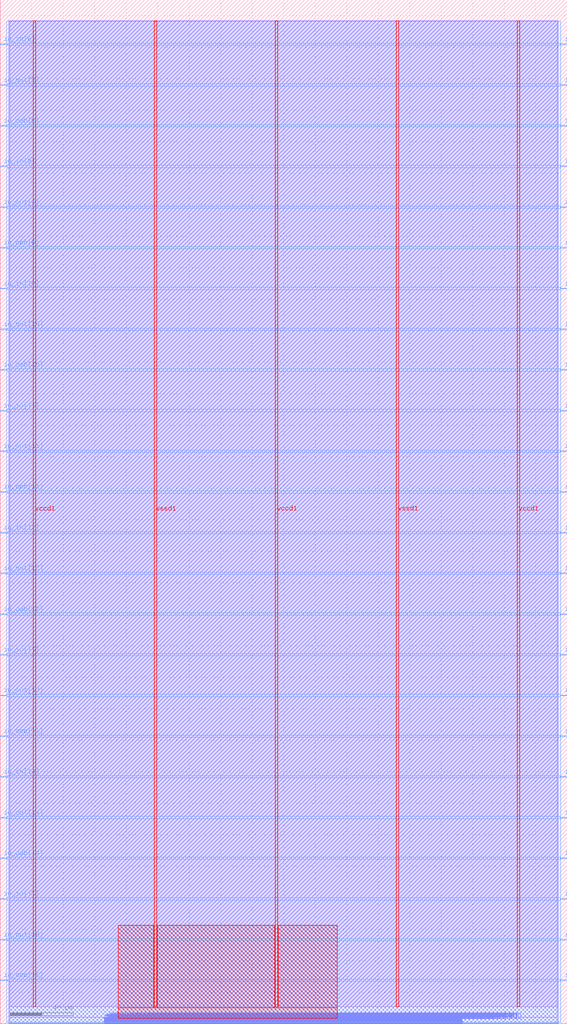
<source format=lef>
VERSION 5.7 ;
  NOWIREEXTENSIONATPIN ON ;
  DIVIDERCHAR "/" ;
  BUSBITCHARS "[]" ;
MACRO user_proj_example
  CLASS BLOCK ;
  FOREIGN user_proj_example ;
  ORIGIN 0.000 0.000 ;
  SIZE 360.000 BY 650.000 ;
  PIN io_in[0]
    DIRECTION INPUT ;
    USE SIGNAL ;
    PORT
      LAYER met3 ;
        RECT 356.000 27.240 360.000 27.840 ;
    END
  END io_in[0]
  PIN io_in[10]
    DIRECTION INPUT ;
    USE SIGNAL ;
    PORT
      LAYER met3 ;
        RECT 0.000 466.520 4.000 467.120 ;
    END
  END io_in[10]
  PIN io_in[11]
    DIRECTION INPUT ;
    USE SIGNAL ;
    PORT
      LAYER met3 ;
        RECT 0.000 389.000 4.000 389.600 ;
    END
  END io_in[11]
  PIN io_in[12]
    DIRECTION INPUT ;
    USE SIGNAL ;
    PORT
      LAYER met3 ;
        RECT 0.000 311.480 4.000 312.080 ;
    END
  END io_in[12]
  PIN io_in[13]
    DIRECTION INPUT ;
    USE SIGNAL ;
    PORT
      LAYER met3 ;
        RECT 0.000 233.960 4.000 234.560 ;
    END
  END io_in[13]
  PIN io_in[14]
    DIRECTION INPUT ;
    USE SIGNAL ;
    PORT
      LAYER met3 ;
        RECT 0.000 156.440 4.000 157.040 ;
    END
  END io_in[14]
  PIN io_in[15]
    DIRECTION INPUT ;
    USE SIGNAL ;
    PORT
      LAYER met3 ;
        RECT 0.000 78.920 4.000 79.520 ;
    END
  END io_in[15]
  PIN io_in[1]
    DIRECTION INPUT ;
    USE SIGNAL ;
    PORT
      LAYER met3 ;
        RECT 356.000 104.760 360.000 105.360 ;
    END
  END io_in[1]
  PIN io_in[2]
    DIRECTION INPUT ;
    USE SIGNAL ;
    PORT
      LAYER met3 ;
        RECT 356.000 182.280 360.000 182.880 ;
    END
  END io_in[2]
  PIN io_in[3]
    DIRECTION INPUT ;
    USE SIGNAL ;
    PORT
      LAYER met3 ;
        RECT 356.000 259.800 360.000 260.400 ;
    END
  END io_in[3]
  PIN io_in[4]
    DIRECTION INPUT ;
    USE SIGNAL ;
    PORT
      LAYER met3 ;
        RECT 356.000 337.320 360.000 337.920 ;
    END
  END io_in[4]
  PIN io_in[5]
    DIRECTION INPUT ;
    USE SIGNAL ;
    PORT
      LAYER met3 ;
        RECT 356.000 414.840 360.000 415.440 ;
    END
  END io_in[5]
  PIN io_in[6]
    DIRECTION INPUT ;
    USE SIGNAL ;
    PORT
      LAYER met3 ;
        RECT 356.000 492.360 360.000 492.960 ;
    END
  END io_in[6]
  PIN io_in[7]
    DIRECTION INPUT ;
    USE SIGNAL ;
    PORT
      LAYER met3 ;
        RECT 356.000 569.880 360.000 570.480 ;
    END
  END io_in[7]
  PIN io_in[8]
    DIRECTION INPUT ;
    USE SIGNAL ;
    PORT
      LAYER met3 ;
        RECT 0.000 621.560 4.000 622.160 ;
    END
  END io_in[8]
  PIN io_in[9]
    DIRECTION INPUT ;
    USE SIGNAL ;
    PORT
      LAYER met3 ;
        RECT 0.000 544.040 4.000 544.640 ;
    END
  END io_in[9]
  PIN io_oeb[0]
    DIRECTION OUTPUT TRISTATE ;
    USE SIGNAL ;
    ANTENNADIFFAREA 2.673000 ;
    PORT
      LAYER met3 ;
        RECT 356.000 78.920 360.000 79.520 ;
    END
  END io_oeb[0]
  PIN io_oeb[10]
    DIRECTION OUTPUT TRISTATE ;
    USE SIGNAL ;
    ANTENNADIFFAREA 2.673000 ;
    PORT
      LAYER met3 ;
        RECT 0.000 414.840 4.000 415.440 ;
    END
  END io_oeb[10]
  PIN io_oeb[11]
    DIRECTION OUTPUT TRISTATE ;
    USE SIGNAL ;
    ANTENNADIFFAREA 2.673000 ;
    PORT
      LAYER met3 ;
        RECT 0.000 337.320 4.000 337.920 ;
    END
  END io_oeb[11]
  PIN io_oeb[12]
    DIRECTION OUTPUT TRISTATE ;
    USE SIGNAL ;
    ANTENNADIFFAREA 2.673000 ;
    PORT
      LAYER met3 ;
        RECT 0.000 259.800 4.000 260.400 ;
    END
  END io_oeb[12]
  PIN io_oeb[13]
    DIRECTION OUTPUT TRISTATE ;
    USE SIGNAL ;
    ANTENNADIFFAREA 2.673000 ;
    PORT
      LAYER met3 ;
        RECT 0.000 182.280 4.000 182.880 ;
    END
  END io_oeb[13]
  PIN io_oeb[14]
    DIRECTION OUTPUT TRISTATE ;
    USE SIGNAL ;
    ANTENNADIFFAREA 2.673000 ;
    PORT
      LAYER met3 ;
        RECT 0.000 104.760 4.000 105.360 ;
    END
  END io_oeb[14]
  PIN io_oeb[15]
    DIRECTION OUTPUT TRISTATE ;
    USE SIGNAL ;
    ANTENNADIFFAREA 2.673000 ;
    PORT
      LAYER met3 ;
        RECT 0.000 27.240 4.000 27.840 ;
    END
  END io_oeb[15]
  PIN io_oeb[1]
    DIRECTION OUTPUT TRISTATE ;
    USE SIGNAL ;
    ANTENNADIFFAREA 2.673000 ;
    PORT
      LAYER met3 ;
        RECT 356.000 156.440 360.000 157.040 ;
    END
  END io_oeb[1]
  PIN io_oeb[2]
    DIRECTION OUTPUT TRISTATE ;
    USE SIGNAL ;
    ANTENNADIFFAREA 2.673000 ;
    PORT
      LAYER met3 ;
        RECT 356.000 233.960 360.000 234.560 ;
    END
  END io_oeb[2]
  PIN io_oeb[3]
    DIRECTION OUTPUT TRISTATE ;
    USE SIGNAL ;
    ANTENNADIFFAREA 2.673000 ;
    PORT
      LAYER met3 ;
        RECT 356.000 311.480 360.000 312.080 ;
    END
  END io_oeb[3]
  PIN io_oeb[4]
    DIRECTION OUTPUT TRISTATE ;
    USE SIGNAL ;
    ANTENNADIFFAREA 2.673000 ;
    PORT
      LAYER met3 ;
        RECT 356.000 389.000 360.000 389.600 ;
    END
  END io_oeb[4]
  PIN io_oeb[5]
    DIRECTION OUTPUT TRISTATE ;
    USE SIGNAL ;
    ANTENNADIFFAREA 2.673000 ;
    PORT
      LAYER met3 ;
        RECT 356.000 466.520 360.000 467.120 ;
    END
  END io_oeb[5]
  PIN io_oeb[6]
    DIRECTION OUTPUT TRISTATE ;
    USE SIGNAL ;
    ANTENNADIFFAREA 2.673000 ;
    PORT
      LAYER met3 ;
        RECT 356.000 544.040 360.000 544.640 ;
    END
  END io_oeb[6]
  PIN io_oeb[7]
    DIRECTION OUTPUT TRISTATE ;
    USE SIGNAL ;
    ANTENNADIFFAREA 2.673000 ;
    PORT
      LAYER met3 ;
        RECT 356.000 621.560 360.000 622.160 ;
    END
  END io_oeb[7]
  PIN io_oeb[8]
    DIRECTION OUTPUT TRISTATE ;
    USE SIGNAL ;
    ANTENNADIFFAREA 2.673000 ;
    PORT
      LAYER met3 ;
        RECT 0.000 569.880 4.000 570.480 ;
    END
  END io_oeb[8]
  PIN io_oeb[9]
    DIRECTION OUTPUT TRISTATE ;
    USE SIGNAL ;
    ANTENNADIFFAREA 2.673000 ;
    PORT
      LAYER met3 ;
        RECT 0.000 492.360 4.000 492.960 ;
    END
  END io_oeb[9]
  PIN io_out[0]
    DIRECTION OUTPUT TRISTATE ;
    USE SIGNAL ;
    ANTENNADIFFAREA 2.673000 ;
    PORT
      LAYER met3 ;
        RECT 356.000 53.080 360.000 53.680 ;
    END
  END io_out[0]
  PIN io_out[10]
    DIRECTION OUTPUT TRISTATE ;
    USE SIGNAL ;
    ANTENNADIFFAREA 2.673000 ;
    PORT
      LAYER met3 ;
        RECT 0.000 440.680 4.000 441.280 ;
    END
  END io_out[10]
  PIN io_out[11]
    DIRECTION OUTPUT TRISTATE ;
    USE SIGNAL ;
    ANTENNADIFFAREA 2.673000 ;
    PORT
      LAYER met3 ;
        RECT 0.000 363.160 4.000 363.760 ;
    END
  END io_out[11]
  PIN io_out[12]
    DIRECTION OUTPUT TRISTATE ;
    USE SIGNAL ;
    ANTENNADIFFAREA 2.673000 ;
    PORT
      LAYER met3 ;
        RECT 0.000 285.640 4.000 286.240 ;
    END
  END io_out[12]
  PIN io_out[13]
    DIRECTION OUTPUT TRISTATE ;
    USE SIGNAL ;
    ANTENNADIFFAREA 2.673000 ;
    PORT
      LAYER met3 ;
        RECT 0.000 208.120 4.000 208.720 ;
    END
  END io_out[13]
  PIN io_out[14]
    DIRECTION OUTPUT TRISTATE ;
    USE SIGNAL ;
    ANTENNADIFFAREA 2.673000 ;
    PORT
      LAYER met3 ;
        RECT 0.000 130.600 4.000 131.200 ;
    END
  END io_out[14]
  PIN io_out[15]
    DIRECTION OUTPUT TRISTATE ;
    USE SIGNAL ;
    ANTENNADIFFAREA 2.673000 ;
    PORT
      LAYER met3 ;
        RECT 0.000 53.080 4.000 53.680 ;
    END
  END io_out[15]
  PIN io_out[1]
    DIRECTION OUTPUT TRISTATE ;
    USE SIGNAL ;
    ANTENNADIFFAREA 2.673000 ;
    PORT
      LAYER met3 ;
        RECT 356.000 130.600 360.000 131.200 ;
    END
  END io_out[1]
  PIN io_out[2]
    DIRECTION OUTPUT TRISTATE ;
    USE SIGNAL ;
    ANTENNADIFFAREA 2.673000 ;
    PORT
      LAYER met3 ;
        RECT 356.000 208.120 360.000 208.720 ;
    END
  END io_out[2]
  PIN io_out[3]
    DIRECTION OUTPUT TRISTATE ;
    USE SIGNAL ;
    ANTENNADIFFAREA 2.673000 ;
    PORT
      LAYER met3 ;
        RECT 356.000 285.640 360.000 286.240 ;
    END
  END io_out[3]
  PIN io_out[4]
    DIRECTION OUTPUT TRISTATE ;
    USE SIGNAL ;
    ANTENNADIFFAREA 2.673000 ;
    PORT
      LAYER met3 ;
        RECT 356.000 363.160 360.000 363.760 ;
    END
  END io_out[4]
  PIN io_out[5]
    DIRECTION OUTPUT TRISTATE ;
    USE SIGNAL ;
    ANTENNADIFFAREA 2.673000 ;
    PORT
      LAYER met3 ;
        RECT 356.000 440.680 360.000 441.280 ;
    END
  END io_out[5]
  PIN io_out[6]
    DIRECTION OUTPUT TRISTATE ;
    USE SIGNAL ;
    ANTENNADIFFAREA 2.673000 ;
    PORT
      LAYER met3 ;
        RECT 356.000 518.200 360.000 518.800 ;
    END
  END io_out[6]
  PIN io_out[7]
    DIRECTION OUTPUT TRISTATE ;
    USE SIGNAL ;
    ANTENNADIFFAREA 2.673000 ;
    PORT
      LAYER met3 ;
        RECT 356.000 595.720 360.000 596.320 ;
    END
  END io_out[7]
  PIN io_out[8]
    DIRECTION OUTPUT TRISTATE ;
    USE SIGNAL ;
    ANTENNADIFFAREA 2.673000 ;
    PORT
      LAYER met3 ;
        RECT 0.000 595.720 4.000 596.320 ;
    END
  END io_out[8]
  PIN io_out[9]
    DIRECTION OUTPUT TRISTATE ;
    USE SIGNAL ;
    ANTENNADIFFAREA 2.673000 ;
    PORT
      LAYER met3 ;
        RECT 0.000 518.200 4.000 518.800 ;
    END
  END io_out[9]
  PIN irq[0]
    DIRECTION OUTPUT TRISTATE ;
    USE SIGNAL ;
    PORT
      LAYER met2 ;
        RECT 291.730 0.000 292.010 4.000 ;
    END
  END irq[0]
  PIN irq[1]
    DIRECTION OUTPUT TRISTATE ;
    USE SIGNAL ;
    PORT
      LAYER met2 ;
        RECT 292.190 0.000 292.470 4.000 ;
    END
  END irq[1]
  PIN irq[2]
    DIRECTION OUTPUT TRISTATE ;
    USE SIGNAL ;
    PORT
      LAYER met2 ;
        RECT 292.650 0.000 292.930 4.000 ;
    END
  END irq[2]
  PIN la_data_in[0]
    DIRECTION INPUT ;
    USE SIGNAL ;
    PORT
      LAYER met2 ;
        RECT 115.090 0.000 115.370 4.000 ;
    END
  END la_data_in[0]
  PIN la_data_in[100]
    DIRECTION INPUT ;
    USE SIGNAL ;
    PORT
      LAYER met2 ;
        RECT 253.090 0.000 253.370 4.000 ;
    END
  END la_data_in[100]
  PIN la_data_in[101]
    DIRECTION INPUT ;
    USE SIGNAL ;
    PORT
      LAYER met2 ;
        RECT 254.470 0.000 254.750 4.000 ;
    END
  END la_data_in[101]
  PIN la_data_in[102]
    DIRECTION INPUT ;
    USE SIGNAL ;
    PORT
      LAYER met2 ;
        RECT 255.850 0.000 256.130 4.000 ;
    END
  END la_data_in[102]
  PIN la_data_in[103]
    DIRECTION INPUT ;
    USE SIGNAL ;
    PORT
      LAYER met2 ;
        RECT 257.230 0.000 257.510 4.000 ;
    END
  END la_data_in[103]
  PIN la_data_in[104]
    DIRECTION INPUT ;
    USE SIGNAL ;
    PORT
      LAYER met2 ;
        RECT 258.610 0.000 258.890 4.000 ;
    END
  END la_data_in[104]
  PIN la_data_in[105]
    DIRECTION INPUT ;
    USE SIGNAL ;
    PORT
      LAYER met2 ;
        RECT 259.990 0.000 260.270 4.000 ;
    END
  END la_data_in[105]
  PIN la_data_in[106]
    DIRECTION INPUT ;
    USE SIGNAL ;
    PORT
      LAYER met2 ;
        RECT 261.370 0.000 261.650 4.000 ;
    END
  END la_data_in[106]
  PIN la_data_in[107]
    DIRECTION INPUT ;
    USE SIGNAL ;
    PORT
      LAYER met2 ;
        RECT 262.750 0.000 263.030 4.000 ;
    END
  END la_data_in[107]
  PIN la_data_in[108]
    DIRECTION INPUT ;
    USE SIGNAL ;
    PORT
      LAYER met2 ;
        RECT 264.130 0.000 264.410 4.000 ;
    END
  END la_data_in[108]
  PIN la_data_in[109]
    DIRECTION INPUT ;
    USE SIGNAL ;
    PORT
      LAYER met2 ;
        RECT 265.510 0.000 265.790 4.000 ;
    END
  END la_data_in[109]
  PIN la_data_in[10]
    DIRECTION INPUT ;
    USE SIGNAL ;
    PORT
      LAYER met2 ;
        RECT 128.890 0.000 129.170 4.000 ;
    END
  END la_data_in[10]
  PIN la_data_in[110]
    DIRECTION INPUT ;
    USE SIGNAL ;
    PORT
      LAYER met2 ;
        RECT 266.890 0.000 267.170 4.000 ;
    END
  END la_data_in[110]
  PIN la_data_in[111]
    DIRECTION INPUT ;
    USE SIGNAL ;
    PORT
      LAYER met2 ;
        RECT 268.270 0.000 268.550 4.000 ;
    END
  END la_data_in[111]
  PIN la_data_in[112]
    DIRECTION INPUT ;
    USE SIGNAL ;
    PORT
      LAYER met2 ;
        RECT 269.650 0.000 269.930 4.000 ;
    END
  END la_data_in[112]
  PIN la_data_in[113]
    DIRECTION INPUT ;
    USE SIGNAL ;
    PORT
      LAYER met2 ;
        RECT 271.030 0.000 271.310 4.000 ;
    END
  END la_data_in[113]
  PIN la_data_in[114]
    DIRECTION INPUT ;
    USE SIGNAL ;
    PORT
      LAYER met2 ;
        RECT 272.410 0.000 272.690 4.000 ;
    END
  END la_data_in[114]
  PIN la_data_in[115]
    DIRECTION INPUT ;
    USE SIGNAL ;
    PORT
      LAYER met2 ;
        RECT 273.790 0.000 274.070 4.000 ;
    END
  END la_data_in[115]
  PIN la_data_in[116]
    DIRECTION INPUT ;
    USE SIGNAL ;
    PORT
      LAYER met2 ;
        RECT 275.170 0.000 275.450 4.000 ;
    END
  END la_data_in[116]
  PIN la_data_in[117]
    DIRECTION INPUT ;
    USE SIGNAL ;
    PORT
      LAYER met2 ;
        RECT 276.550 0.000 276.830 4.000 ;
    END
  END la_data_in[117]
  PIN la_data_in[118]
    DIRECTION INPUT ;
    USE SIGNAL ;
    PORT
      LAYER met2 ;
        RECT 277.930 0.000 278.210 4.000 ;
    END
  END la_data_in[118]
  PIN la_data_in[119]
    DIRECTION INPUT ;
    USE SIGNAL ;
    PORT
      LAYER met2 ;
        RECT 279.310 0.000 279.590 4.000 ;
    END
  END la_data_in[119]
  PIN la_data_in[11]
    DIRECTION INPUT ;
    USE SIGNAL ;
    PORT
      LAYER met2 ;
        RECT 130.270 0.000 130.550 4.000 ;
    END
  END la_data_in[11]
  PIN la_data_in[120]
    DIRECTION INPUT ;
    USE SIGNAL ;
    PORT
      LAYER met2 ;
        RECT 280.690 0.000 280.970 4.000 ;
    END
  END la_data_in[120]
  PIN la_data_in[121]
    DIRECTION INPUT ;
    USE SIGNAL ;
    PORT
      LAYER met2 ;
        RECT 282.070 0.000 282.350 4.000 ;
    END
  END la_data_in[121]
  PIN la_data_in[122]
    DIRECTION INPUT ;
    USE SIGNAL ;
    PORT
      LAYER met2 ;
        RECT 283.450 0.000 283.730 4.000 ;
    END
  END la_data_in[122]
  PIN la_data_in[123]
    DIRECTION INPUT ;
    USE SIGNAL ;
    PORT
      LAYER met2 ;
        RECT 284.830 0.000 285.110 4.000 ;
    END
  END la_data_in[123]
  PIN la_data_in[124]
    DIRECTION INPUT ;
    USE SIGNAL ;
    PORT
      LAYER met2 ;
        RECT 286.210 0.000 286.490 4.000 ;
    END
  END la_data_in[124]
  PIN la_data_in[125]
    DIRECTION INPUT ;
    USE SIGNAL ;
    PORT
      LAYER met2 ;
        RECT 287.590 0.000 287.870 4.000 ;
    END
  END la_data_in[125]
  PIN la_data_in[126]
    DIRECTION INPUT ;
    USE SIGNAL ;
    PORT
      LAYER met2 ;
        RECT 288.970 0.000 289.250 4.000 ;
    END
  END la_data_in[126]
  PIN la_data_in[127]
    DIRECTION INPUT ;
    USE SIGNAL ;
    PORT
      LAYER met2 ;
        RECT 290.350 0.000 290.630 4.000 ;
    END
  END la_data_in[127]
  PIN la_data_in[12]
    DIRECTION INPUT ;
    USE SIGNAL ;
    PORT
      LAYER met2 ;
        RECT 131.650 0.000 131.930 4.000 ;
    END
  END la_data_in[12]
  PIN la_data_in[13]
    DIRECTION INPUT ;
    USE SIGNAL ;
    PORT
      LAYER met2 ;
        RECT 133.030 0.000 133.310 4.000 ;
    END
  END la_data_in[13]
  PIN la_data_in[14]
    DIRECTION INPUT ;
    USE SIGNAL ;
    PORT
      LAYER met2 ;
        RECT 134.410 0.000 134.690 4.000 ;
    END
  END la_data_in[14]
  PIN la_data_in[15]
    DIRECTION INPUT ;
    USE SIGNAL ;
    PORT
      LAYER met2 ;
        RECT 135.790 0.000 136.070 4.000 ;
    END
  END la_data_in[15]
  PIN la_data_in[16]
    DIRECTION INPUT ;
    USE SIGNAL ;
    PORT
      LAYER met2 ;
        RECT 137.170 0.000 137.450 4.000 ;
    END
  END la_data_in[16]
  PIN la_data_in[17]
    DIRECTION INPUT ;
    USE SIGNAL ;
    PORT
      LAYER met2 ;
        RECT 138.550 0.000 138.830 4.000 ;
    END
  END la_data_in[17]
  PIN la_data_in[18]
    DIRECTION INPUT ;
    USE SIGNAL ;
    PORT
      LAYER met2 ;
        RECT 139.930 0.000 140.210 4.000 ;
    END
  END la_data_in[18]
  PIN la_data_in[19]
    DIRECTION INPUT ;
    USE SIGNAL ;
    PORT
      LAYER met2 ;
        RECT 141.310 0.000 141.590 4.000 ;
    END
  END la_data_in[19]
  PIN la_data_in[1]
    DIRECTION INPUT ;
    USE SIGNAL ;
    PORT
      LAYER met2 ;
        RECT 116.470 0.000 116.750 4.000 ;
    END
  END la_data_in[1]
  PIN la_data_in[20]
    DIRECTION INPUT ;
    USE SIGNAL ;
    PORT
      LAYER met2 ;
        RECT 142.690 0.000 142.970 4.000 ;
    END
  END la_data_in[20]
  PIN la_data_in[21]
    DIRECTION INPUT ;
    USE SIGNAL ;
    PORT
      LAYER met2 ;
        RECT 144.070 0.000 144.350 4.000 ;
    END
  END la_data_in[21]
  PIN la_data_in[22]
    DIRECTION INPUT ;
    USE SIGNAL ;
    PORT
      LAYER met2 ;
        RECT 145.450 0.000 145.730 4.000 ;
    END
  END la_data_in[22]
  PIN la_data_in[23]
    DIRECTION INPUT ;
    USE SIGNAL ;
    PORT
      LAYER met2 ;
        RECT 146.830 0.000 147.110 4.000 ;
    END
  END la_data_in[23]
  PIN la_data_in[24]
    DIRECTION INPUT ;
    USE SIGNAL ;
    PORT
      LAYER met2 ;
        RECT 148.210 0.000 148.490 4.000 ;
    END
  END la_data_in[24]
  PIN la_data_in[25]
    DIRECTION INPUT ;
    USE SIGNAL ;
    PORT
      LAYER met2 ;
        RECT 149.590 0.000 149.870 4.000 ;
    END
  END la_data_in[25]
  PIN la_data_in[26]
    DIRECTION INPUT ;
    USE SIGNAL ;
    PORT
      LAYER met2 ;
        RECT 150.970 0.000 151.250 4.000 ;
    END
  END la_data_in[26]
  PIN la_data_in[27]
    DIRECTION INPUT ;
    USE SIGNAL ;
    PORT
      LAYER met2 ;
        RECT 152.350 0.000 152.630 4.000 ;
    END
  END la_data_in[27]
  PIN la_data_in[28]
    DIRECTION INPUT ;
    USE SIGNAL ;
    PORT
      LAYER met2 ;
        RECT 153.730 0.000 154.010 4.000 ;
    END
  END la_data_in[28]
  PIN la_data_in[29]
    DIRECTION INPUT ;
    USE SIGNAL ;
    PORT
      LAYER met2 ;
        RECT 155.110 0.000 155.390 4.000 ;
    END
  END la_data_in[29]
  PIN la_data_in[2]
    DIRECTION INPUT ;
    USE SIGNAL ;
    PORT
      LAYER met2 ;
        RECT 117.850 0.000 118.130 4.000 ;
    END
  END la_data_in[2]
  PIN la_data_in[30]
    DIRECTION INPUT ;
    USE SIGNAL ;
    PORT
      LAYER met2 ;
        RECT 156.490 0.000 156.770 4.000 ;
    END
  END la_data_in[30]
  PIN la_data_in[31]
    DIRECTION INPUT ;
    USE SIGNAL ;
    PORT
      LAYER met2 ;
        RECT 157.870 0.000 158.150 4.000 ;
    END
  END la_data_in[31]
  PIN la_data_in[32]
    DIRECTION INPUT ;
    USE SIGNAL ;
    PORT
      LAYER met2 ;
        RECT 159.250 0.000 159.530 4.000 ;
    END
  END la_data_in[32]
  PIN la_data_in[33]
    DIRECTION INPUT ;
    USE SIGNAL ;
    PORT
      LAYER met2 ;
        RECT 160.630 0.000 160.910 4.000 ;
    END
  END la_data_in[33]
  PIN la_data_in[34]
    DIRECTION INPUT ;
    USE SIGNAL ;
    PORT
      LAYER met2 ;
        RECT 162.010 0.000 162.290 4.000 ;
    END
  END la_data_in[34]
  PIN la_data_in[35]
    DIRECTION INPUT ;
    USE SIGNAL ;
    PORT
      LAYER met2 ;
        RECT 163.390 0.000 163.670 4.000 ;
    END
  END la_data_in[35]
  PIN la_data_in[36]
    DIRECTION INPUT ;
    USE SIGNAL ;
    PORT
      LAYER met2 ;
        RECT 164.770 0.000 165.050 4.000 ;
    END
  END la_data_in[36]
  PIN la_data_in[37]
    DIRECTION INPUT ;
    USE SIGNAL ;
    PORT
      LAYER met2 ;
        RECT 166.150 0.000 166.430 4.000 ;
    END
  END la_data_in[37]
  PIN la_data_in[38]
    DIRECTION INPUT ;
    USE SIGNAL ;
    PORT
      LAYER met2 ;
        RECT 167.530 0.000 167.810 4.000 ;
    END
  END la_data_in[38]
  PIN la_data_in[39]
    DIRECTION INPUT ;
    USE SIGNAL ;
    PORT
      LAYER met2 ;
        RECT 168.910 0.000 169.190 4.000 ;
    END
  END la_data_in[39]
  PIN la_data_in[3]
    DIRECTION INPUT ;
    USE SIGNAL ;
    PORT
      LAYER met2 ;
        RECT 119.230 0.000 119.510 4.000 ;
    END
  END la_data_in[3]
  PIN la_data_in[40]
    DIRECTION INPUT ;
    USE SIGNAL ;
    PORT
      LAYER met2 ;
        RECT 170.290 0.000 170.570 4.000 ;
    END
  END la_data_in[40]
  PIN la_data_in[41]
    DIRECTION INPUT ;
    USE SIGNAL ;
    PORT
      LAYER met2 ;
        RECT 171.670 0.000 171.950 4.000 ;
    END
  END la_data_in[41]
  PIN la_data_in[42]
    DIRECTION INPUT ;
    USE SIGNAL ;
    PORT
      LAYER met2 ;
        RECT 173.050 0.000 173.330 4.000 ;
    END
  END la_data_in[42]
  PIN la_data_in[43]
    DIRECTION INPUT ;
    USE SIGNAL ;
    PORT
      LAYER met2 ;
        RECT 174.430 0.000 174.710 4.000 ;
    END
  END la_data_in[43]
  PIN la_data_in[44]
    DIRECTION INPUT ;
    USE SIGNAL ;
    PORT
      LAYER met2 ;
        RECT 175.810 0.000 176.090 4.000 ;
    END
  END la_data_in[44]
  PIN la_data_in[45]
    DIRECTION INPUT ;
    USE SIGNAL ;
    PORT
      LAYER met2 ;
        RECT 177.190 0.000 177.470 4.000 ;
    END
  END la_data_in[45]
  PIN la_data_in[46]
    DIRECTION INPUT ;
    USE SIGNAL ;
    PORT
      LAYER met2 ;
        RECT 178.570 0.000 178.850 4.000 ;
    END
  END la_data_in[46]
  PIN la_data_in[47]
    DIRECTION INPUT ;
    USE SIGNAL ;
    PORT
      LAYER met2 ;
        RECT 179.950 0.000 180.230 4.000 ;
    END
  END la_data_in[47]
  PIN la_data_in[48]
    DIRECTION INPUT ;
    USE SIGNAL ;
    ANTENNAGATEAREA 0.196500 ;
    PORT
      LAYER met2 ;
        RECT 181.330 0.000 181.610 4.000 ;
    END
  END la_data_in[48]
  PIN la_data_in[49]
    DIRECTION INPUT ;
    USE SIGNAL ;
    ANTENNAGATEAREA 0.213000 ;
    PORT
      LAYER met2 ;
        RECT 182.710 0.000 182.990 4.000 ;
    END
  END la_data_in[49]
  PIN la_data_in[4]
    DIRECTION INPUT ;
    USE SIGNAL ;
    PORT
      LAYER met2 ;
        RECT 120.610 0.000 120.890 4.000 ;
    END
  END la_data_in[4]
  PIN la_data_in[50]
    DIRECTION INPUT ;
    USE SIGNAL ;
    ANTENNAGATEAREA 0.126000 ;
    PORT
      LAYER met2 ;
        RECT 184.090 0.000 184.370 4.000 ;
    END
  END la_data_in[50]
  PIN la_data_in[51]
    DIRECTION INPUT ;
    USE SIGNAL ;
    ANTENNAGATEAREA 0.126000 ;
    PORT
      LAYER met2 ;
        RECT 185.470 0.000 185.750 4.000 ;
    END
  END la_data_in[51]
  PIN la_data_in[52]
    DIRECTION INPUT ;
    USE SIGNAL ;
    ANTENNAGATEAREA 0.126000 ;
    PORT
      LAYER met2 ;
        RECT 186.850 0.000 187.130 4.000 ;
    END
  END la_data_in[52]
  PIN la_data_in[53]
    DIRECTION INPUT ;
    USE SIGNAL ;
    ANTENNAGATEAREA 0.126000 ;
    PORT
      LAYER met2 ;
        RECT 188.230 0.000 188.510 4.000 ;
    END
  END la_data_in[53]
  PIN la_data_in[54]
    DIRECTION INPUT ;
    USE SIGNAL ;
    ANTENNAGATEAREA 0.126000 ;
    PORT
      LAYER met2 ;
        RECT 189.610 0.000 189.890 4.000 ;
    END
  END la_data_in[54]
  PIN la_data_in[55]
    DIRECTION INPUT ;
    USE SIGNAL ;
    ANTENNAGATEAREA 0.126000 ;
    PORT
      LAYER met2 ;
        RECT 190.990 0.000 191.270 4.000 ;
    END
  END la_data_in[55]
  PIN la_data_in[56]
    DIRECTION INPUT ;
    USE SIGNAL ;
    ANTENNAGATEAREA 0.126000 ;
    PORT
      LAYER met2 ;
        RECT 192.370 0.000 192.650 4.000 ;
    END
  END la_data_in[56]
  PIN la_data_in[57]
    DIRECTION INPUT ;
    USE SIGNAL ;
    ANTENNAGATEAREA 0.126000 ;
    PORT
      LAYER met2 ;
        RECT 193.750 0.000 194.030 4.000 ;
    END
  END la_data_in[57]
  PIN la_data_in[58]
    DIRECTION INPUT ;
    USE SIGNAL ;
    ANTENNAGATEAREA 0.126000 ;
    PORT
      LAYER met2 ;
        RECT 195.130 0.000 195.410 4.000 ;
    END
  END la_data_in[58]
  PIN la_data_in[59]
    DIRECTION INPUT ;
    USE SIGNAL ;
    ANTENNAGATEAREA 0.126000 ;
    PORT
      LAYER met2 ;
        RECT 196.510 0.000 196.790 4.000 ;
    END
  END la_data_in[59]
  PIN la_data_in[5]
    DIRECTION INPUT ;
    USE SIGNAL ;
    PORT
      LAYER met2 ;
        RECT 121.990 0.000 122.270 4.000 ;
    END
  END la_data_in[5]
  PIN la_data_in[60]
    DIRECTION INPUT ;
    USE SIGNAL ;
    ANTENNAGATEAREA 0.126000 ;
    PORT
      LAYER met2 ;
        RECT 197.890 0.000 198.170 4.000 ;
    END
  END la_data_in[60]
  PIN la_data_in[61]
    DIRECTION INPUT ;
    USE SIGNAL ;
    ANTENNAGATEAREA 0.126000 ;
    PORT
      LAYER met2 ;
        RECT 199.270 0.000 199.550 4.000 ;
    END
  END la_data_in[61]
  PIN la_data_in[62]
    DIRECTION INPUT ;
    USE SIGNAL ;
    ANTENNAGATEAREA 0.126000 ;
    PORT
      LAYER met2 ;
        RECT 200.650 0.000 200.930 4.000 ;
    END
  END la_data_in[62]
  PIN la_data_in[63]
    DIRECTION INPUT ;
    USE SIGNAL ;
    ANTENNAGATEAREA 0.126000 ;
    PORT
      LAYER met2 ;
        RECT 202.030 0.000 202.310 4.000 ;
    END
  END la_data_in[63]
  PIN la_data_in[64]
    DIRECTION INPUT ;
    USE SIGNAL ;
    ANTENNAGATEAREA 0.196500 ;
    PORT
      LAYER met2 ;
        RECT 203.410 0.000 203.690 4.000 ;
    END
  END la_data_in[64]
  PIN la_data_in[65]
    DIRECTION INPUT ;
    USE SIGNAL ;
    ANTENNAGATEAREA 0.126000 ;
    PORT
      LAYER met2 ;
        RECT 204.790 0.000 205.070 4.000 ;
    END
  END la_data_in[65]
  PIN la_data_in[66]
    DIRECTION INPUT ;
    USE SIGNAL ;
    PORT
      LAYER met2 ;
        RECT 206.170 0.000 206.450 4.000 ;
    END
  END la_data_in[66]
  PIN la_data_in[67]
    DIRECTION INPUT ;
    USE SIGNAL ;
    PORT
      LAYER met2 ;
        RECT 207.550 0.000 207.830 4.000 ;
    END
  END la_data_in[67]
  PIN la_data_in[68]
    DIRECTION INPUT ;
    USE SIGNAL ;
    PORT
      LAYER met2 ;
        RECT 208.930 0.000 209.210 4.000 ;
    END
  END la_data_in[68]
  PIN la_data_in[69]
    DIRECTION INPUT ;
    USE SIGNAL ;
    PORT
      LAYER met2 ;
        RECT 210.310 0.000 210.590 4.000 ;
    END
  END la_data_in[69]
  PIN la_data_in[6]
    DIRECTION INPUT ;
    USE SIGNAL ;
    PORT
      LAYER met2 ;
        RECT 123.370 0.000 123.650 4.000 ;
    END
  END la_data_in[6]
  PIN la_data_in[70]
    DIRECTION INPUT ;
    USE SIGNAL ;
    PORT
      LAYER met2 ;
        RECT 211.690 0.000 211.970 4.000 ;
    END
  END la_data_in[70]
  PIN la_data_in[71]
    DIRECTION INPUT ;
    USE SIGNAL ;
    PORT
      LAYER met2 ;
        RECT 213.070 0.000 213.350 4.000 ;
    END
  END la_data_in[71]
  PIN la_data_in[72]
    DIRECTION INPUT ;
    USE SIGNAL ;
    PORT
      LAYER met2 ;
        RECT 214.450 0.000 214.730 4.000 ;
    END
  END la_data_in[72]
  PIN la_data_in[73]
    DIRECTION INPUT ;
    USE SIGNAL ;
    PORT
      LAYER met2 ;
        RECT 215.830 0.000 216.110 4.000 ;
    END
  END la_data_in[73]
  PIN la_data_in[74]
    DIRECTION INPUT ;
    USE SIGNAL ;
    PORT
      LAYER met2 ;
        RECT 217.210 0.000 217.490 4.000 ;
    END
  END la_data_in[74]
  PIN la_data_in[75]
    DIRECTION INPUT ;
    USE SIGNAL ;
    PORT
      LAYER met2 ;
        RECT 218.590 0.000 218.870 4.000 ;
    END
  END la_data_in[75]
  PIN la_data_in[76]
    DIRECTION INPUT ;
    USE SIGNAL ;
    PORT
      LAYER met2 ;
        RECT 219.970 0.000 220.250 4.000 ;
    END
  END la_data_in[76]
  PIN la_data_in[77]
    DIRECTION INPUT ;
    USE SIGNAL ;
    PORT
      LAYER met2 ;
        RECT 221.350 0.000 221.630 4.000 ;
    END
  END la_data_in[77]
  PIN la_data_in[78]
    DIRECTION INPUT ;
    USE SIGNAL ;
    PORT
      LAYER met2 ;
        RECT 222.730 0.000 223.010 4.000 ;
    END
  END la_data_in[78]
  PIN la_data_in[79]
    DIRECTION INPUT ;
    USE SIGNAL ;
    PORT
      LAYER met2 ;
        RECT 224.110 0.000 224.390 4.000 ;
    END
  END la_data_in[79]
  PIN la_data_in[7]
    DIRECTION INPUT ;
    USE SIGNAL ;
    PORT
      LAYER met2 ;
        RECT 124.750 0.000 125.030 4.000 ;
    END
  END la_data_in[7]
  PIN la_data_in[80]
    DIRECTION INPUT ;
    USE SIGNAL ;
    PORT
      LAYER met2 ;
        RECT 225.490 0.000 225.770 4.000 ;
    END
  END la_data_in[80]
  PIN la_data_in[81]
    DIRECTION INPUT ;
    USE SIGNAL ;
    PORT
      LAYER met2 ;
        RECT 226.870 0.000 227.150 4.000 ;
    END
  END la_data_in[81]
  PIN la_data_in[82]
    DIRECTION INPUT ;
    USE SIGNAL ;
    PORT
      LAYER met2 ;
        RECT 228.250 0.000 228.530 4.000 ;
    END
  END la_data_in[82]
  PIN la_data_in[83]
    DIRECTION INPUT ;
    USE SIGNAL ;
    PORT
      LAYER met2 ;
        RECT 229.630 0.000 229.910 4.000 ;
    END
  END la_data_in[83]
  PIN la_data_in[84]
    DIRECTION INPUT ;
    USE SIGNAL ;
    PORT
      LAYER met2 ;
        RECT 231.010 0.000 231.290 4.000 ;
    END
  END la_data_in[84]
  PIN la_data_in[85]
    DIRECTION INPUT ;
    USE SIGNAL ;
    PORT
      LAYER met2 ;
        RECT 232.390 0.000 232.670 4.000 ;
    END
  END la_data_in[85]
  PIN la_data_in[86]
    DIRECTION INPUT ;
    USE SIGNAL ;
    PORT
      LAYER met2 ;
        RECT 233.770 0.000 234.050 4.000 ;
    END
  END la_data_in[86]
  PIN la_data_in[87]
    DIRECTION INPUT ;
    USE SIGNAL ;
    PORT
      LAYER met2 ;
        RECT 235.150 0.000 235.430 4.000 ;
    END
  END la_data_in[87]
  PIN la_data_in[88]
    DIRECTION INPUT ;
    USE SIGNAL ;
    PORT
      LAYER met2 ;
        RECT 236.530 0.000 236.810 4.000 ;
    END
  END la_data_in[88]
  PIN la_data_in[89]
    DIRECTION INPUT ;
    USE SIGNAL ;
    PORT
      LAYER met2 ;
        RECT 237.910 0.000 238.190 4.000 ;
    END
  END la_data_in[89]
  PIN la_data_in[8]
    DIRECTION INPUT ;
    USE SIGNAL ;
    PORT
      LAYER met2 ;
        RECT 126.130 0.000 126.410 4.000 ;
    END
  END la_data_in[8]
  PIN la_data_in[90]
    DIRECTION INPUT ;
    USE SIGNAL ;
    PORT
      LAYER met2 ;
        RECT 239.290 0.000 239.570 4.000 ;
    END
  END la_data_in[90]
  PIN la_data_in[91]
    DIRECTION INPUT ;
    USE SIGNAL ;
    PORT
      LAYER met2 ;
        RECT 240.670 0.000 240.950 4.000 ;
    END
  END la_data_in[91]
  PIN la_data_in[92]
    DIRECTION INPUT ;
    USE SIGNAL ;
    PORT
      LAYER met2 ;
        RECT 242.050 0.000 242.330 4.000 ;
    END
  END la_data_in[92]
  PIN la_data_in[93]
    DIRECTION INPUT ;
    USE SIGNAL ;
    PORT
      LAYER met2 ;
        RECT 243.430 0.000 243.710 4.000 ;
    END
  END la_data_in[93]
  PIN la_data_in[94]
    DIRECTION INPUT ;
    USE SIGNAL ;
    PORT
      LAYER met2 ;
        RECT 244.810 0.000 245.090 4.000 ;
    END
  END la_data_in[94]
  PIN la_data_in[95]
    DIRECTION INPUT ;
    USE SIGNAL ;
    PORT
      LAYER met2 ;
        RECT 246.190 0.000 246.470 4.000 ;
    END
  END la_data_in[95]
  PIN la_data_in[96]
    DIRECTION INPUT ;
    USE SIGNAL ;
    PORT
      LAYER met2 ;
        RECT 247.570 0.000 247.850 4.000 ;
    END
  END la_data_in[96]
  PIN la_data_in[97]
    DIRECTION INPUT ;
    USE SIGNAL ;
    PORT
      LAYER met2 ;
        RECT 248.950 0.000 249.230 4.000 ;
    END
  END la_data_in[97]
  PIN la_data_in[98]
    DIRECTION INPUT ;
    USE SIGNAL ;
    PORT
      LAYER met2 ;
        RECT 250.330 0.000 250.610 4.000 ;
    END
  END la_data_in[98]
  PIN la_data_in[99]
    DIRECTION INPUT ;
    USE SIGNAL ;
    PORT
      LAYER met2 ;
        RECT 251.710 0.000 251.990 4.000 ;
    END
  END la_data_in[99]
  PIN la_data_in[9]
    DIRECTION INPUT ;
    USE SIGNAL ;
    PORT
      LAYER met2 ;
        RECT 127.510 0.000 127.790 4.000 ;
    END
  END la_data_in[9]
  PIN la_data_out[0]
    DIRECTION OUTPUT TRISTATE ;
    USE SIGNAL ;
    ANTENNADIFFAREA 2.673000 ;
    PORT
      LAYER met2 ;
        RECT 115.550 0.000 115.830 4.000 ;
    END
  END la_data_out[0]
  PIN la_data_out[100]
    DIRECTION OUTPUT TRISTATE ;
    USE SIGNAL ;
    PORT
      LAYER met2 ;
        RECT 253.550 0.000 253.830 4.000 ;
    END
  END la_data_out[100]
  PIN la_data_out[101]
    DIRECTION OUTPUT TRISTATE ;
    USE SIGNAL ;
    PORT
      LAYER met2 ;
        RECT 254.930 0.000 255.210 4.000 ;
    END
  END la_data_out[101]
  PIN la_data_out[102]
    DIRECTION OUTPUT TRISTATE ;
    USE SIGNAL ;
    PORT
      LAYER met2 ;
        RECT 256.310 0.000 256.590 4.000 ;
    END
  END la_data_out[102]
  PIN la_data_out[103]
    DIRECTION OUTPUT TRISTATE ;
    USE SIGNAL ;
    PORT
      LAYER met2 ;
        RECT 257.690 0.000 257.970 4.000 ;
    END
  END la_data_out[103]
  PIN la_data_out[104]
    DIRECTION OUTPUT TRISTATE ;
    USE SIGNAL ;
    PORT
      LAYER met2 ;
        RECT 259.070 0.000 259.350 4.000 ;
    END
  END la_data_out[104]
  PIN la_data_out[105]
    DIRECTION OUTPUT TRISTATE ;
    USE SIGNAL ;
    PORT
      LAYER met2 ;
        RECT 260.450 0.000 260.730 4.000 ;
    END
  END la_data_out[105]
  PIN la_data_out[106]
    DIRECTION OUTPUT TRISTATE ;
    USE SIGNAL ;
    PORT
      LAYER met2 ;
        RECT 261.830 0.000 262.110 4.000 ;
    END
  END la_data_out[106]
  PIN la_data_out[107]
    DIRECTION OUTPUT TRISTATE ;
    USE SIGNAL ;
    PORT
      LAYER met2 ;
        RECT 263.210 0.000 263.490 4.000 ;
    END
  END la_data_out[107]
  PIN la_data_out[108]
    DIRECTION OUTPUT TRISTATE ;
    USE SIGNAL ;
    PORT
      LAYER met2 ;
        RECT 264.590 0.000 264.870 4.000 ;
    END
  END la_data_out[108]
  PIN la_data_out[109]
    DIRECTION OUTPUT TRISTATE ;
    USE SIGNAL ;
    PORT
      LAYER met2 ;
        RECT 265.970 0.000 266.250 4.000 ;
    END
  END la_data_out[109]
  PIN la_data_out[10]
    DIRECTION OUTPUT TRISTATE ;
    USE SIGNAL ;
    ANTENNADIFFAREA 2.673000 ;
    PORT
      LAYER met2 ;
        RECT 129.350 0.000 129.630 4.000 ;
    END
  END la_data_out[10]
  PIN la_data_out[110]
    DIRECTION OUTPUT TRISTATE ;
    USE SIGNAL ;
    PORT
      LAYER met2 ;
        RECT 267.350 0.000 267.630 4.000 ;
    END
  END la_data_out[110]
  PIN la_data_out[111]
    DIRECTION OUTPUT TRISTATE ;
    USE SIGNAL ;
    PORT
      LAYER met2 ;
        RECT 268.730 0.000 269.010 4.000 ;
    END
  END la_data_out[111]
  PIN la_data_out[112]
    DIRECTION OUTPUT TRISTATE ;
    USE SIGNAL ;
    PORT
      LAYER met2 ;
        RECT 270.110 0.000 270.390 4.000 ;
    END
  END la_data_out[112]
  PIN la_data_out[113]
    DIRECTION OUTPUT TRISTATE ;
    USE SIGNAL ;
    PORT
      LAYER met2 ;
        RECT 271.490 0.000 271.770 4.000 ;
    END
  END la_data_out[113]
  PIN la_data_out[114]
    DIRECTION OUTPUT TRISTATE ;
    USE SIGNAL ;
    PORT
      LAYER met2 ;
        RECT 272.870 0.000 273.150 4.000 ;
    END
  END la_data_out[114]
  PIN la_data_out[115]
    DIRECTION OUTPUT TRISTATE ;
    USE SIGNAL ;
    PORT
      LAYER met2 ;
        RECT 274.250 0.000 274.530 4.000 ;
    END
  END la_data_out[115]
  PIN la_data_out[116]
    DIRECTION OUTPUT TRISTATE ;
    USE SIGNAL ;
    PORT
      LAYER met2 ;
        RECT 275.630 0.000 275.910 4.000 ;
    END
  END la_data_out[116]
  PIN la_data_out[117]
    DIRECTION OUTPUT TRISTATE ;
    USE SIGNAL ;
    PORT
      LAYER met2 ;
        RECT 277.010 0.000 277.290 4.000 ;
    END
  END la_data_out[117]
  PIN la_data_out[118]
    DIRECTION OUTPUT TRISTATE ;
    USE SIGNAL ;
    PORT
      LAYER met2 ;
        RECT 278.390 0.000 278.670 4.000 ;
    END
  END la_data_out[118]
  PIN la_data_out[119]
    DIRECTION OUTPUT TRISTATE ;
    USE SIGNAL ;
    PORT
      LAYER met2 ;
        RECT 279.770 0.000 280.050 4.000 ;
    END
  END la_data_out[119]
  PIN la_data_out[11]
    DIRECTION OUTPUT TRISTATE ;
    USE SIGNAL ;
    ANTENNADIFFAREA 2.673000 ;
    PORT
      LAYER met2 ;
        RECT 130.730 0.000 131.010 4.000 ;
    END
  END la_data_out[11]
  PIN la_data_out[120]
    DIRECTION OUTPUT TRISTATE ;
    USE SIGNAL ;
    PORT
      LAYER met2 ;
        RECT 281.150 0.000 281.430 4.000 ;
    END
  END la_data_out[120]
  PIN la_data_out[121]
    DIRECTION OUTPUT TRISTATE ;
    USE SIGNAL ;
    PORT
      LAYER met2 ;
        RECT 282.530 0.000 282.810 4.000 ;
    END
  END la_data_out[121]
  PIN la_data_out[122]
    DIRECTION OUTPUT TRISTATE ;
    USE SIGNAL ;
    PORT
      LAYER met2 ;
        RECT 283.910 0.000 284.190 4.000 ;
    END
  END la_data_out[122]
  PIN la_data_out[123]
    DIRECTION OUTPUT TRISTATE ;
    USE SIGNAL ;
    PORT
      LAYER met2 ;
        RECT 285.290 0.000 285.570 4.000 ;
    END
  END la_data_out[123]
  PIN la_data_out[124]
    DIRECTION OUTPUT TRISTATE ;
    USE SIGNAL ;
    PORT
      LAYER met2 ;
        RECT 286.670 0.000 286.950 4.000 ;
    END
  END la_data_out[124]
  PIN la_data_out[125]
    DIRECTION OUTPUT TRISTATE ;
    USE SIGNAL ;
    PORT
      LAYER met2 ;
        RECT 288.050 0.000 288.330 4.000 ;
    END
  END la_data_out[125]
  PIN la_data_out[126]
    DIRECTION OUTPUT TRISTATE ;
    USE SIGNAL ;
    PORT
      LAYER met2 ;
        RECT 289.430 0.000 289.710 4.000 ;
    END
  END la_data_out[126]
  PIN la_data_out[127]
    DIRECTION OUTPUT TRISTATE ;
    USE SIGNAL ;
    PORT
      LAYER met2 ;
        RECT 290.810 0.000 291.090 4.000 ;
    END
  END la_data_out[127]
  PIN la_data_out[12]
    DIRECTION OUTPUT TRISTATE ;
    USE SIGNAL ;
    ANTENNADIFFAREA 2.673000 ;
    PORT
      LAYER met2 ;
        RECT 132.110 0.000 132.390 4.000 ;
    END
  END la_data_out[12]
  PIN la_data_out[13]
    DIRECTION OUTPUT TRISTATE ;
    USE SIGNAL ;
    ANTENNADIFFAREA 2.673000 ;
    PORT
      LAYER met2 ;
        RECT 133.490 0.000 133.770 4.000 ;
    END
  END la_data_out[13]
  PIN la_data_out[14]
    DIRECTION OUTPUT TRISTATE ;
    USE SIGNAL ;
    ANTENNADIFFAREA 2.673000 ;
    PORT
      LAYER met2 ;
        RECT 134.870 0.000 135.150 4.000 ;
    END
  END la_data_out[14]
  PIN la_data_out[15]
    DIRECTION OUTPUT TRISTATE ;
    USE SIGNAL ;
    ANTENNADIFFAREA 2.673000 ;
    PORT
      LAYER met2 ;
        RECT 136.250 0.000 136.530 4.000 ;
    END
  END la_data_out[15]
  PIN la_data_out[16]
    DIRECTION OUTPUT TRISTATE ;
    USE SIGNAL ;
    PORT
      LAYER met2 ;
        RECT 137.630 0.000 137.910 4.000 ;
    END
  END la_data_out[16]
  PIN la_data_out[17]
    DIRECTION OUTPUT TRISTATE ;
    USE SIGNAL ;
    PORT
      LAYER met2 ;
        RECT 139.010 0.000 139.290 4.000 ;
    END
  END la_data_out[17]
  PIN la_data_out[18]
    DIRECTION OUTPUT TRISTATE ;
    USE SIGNAL ;
    PORT
      LAYER met2 ;
        RECT 140.390 0.000 140.670 4.000 ;
    END
  END la_data_out[18]
  PIN la_data_out[19]
    DIRECTION OUTPUT TRISTATE ;
    USE SIGNAL ;
    PORT
      LAYER met2 ;
        RECT 141.770 0.000 142.050 4.000 ;
    END
  END la_data_out[19]
  PIN la_data_out[1]
    DIRECTION OUTPUT TRISTATE ;
    USE SIGNAL ;
    ANTENNADIFFAREA 2.673000 ;
    PORT
      LAYER met2 ;
        RECT 116.930 0.000 117.210 4.000 ;
    END
  END la_data_out[1]
  PIN la_data_out[20]
    DIRECTION OUTPUT TRISTATE ;
    USE SIGNAL ;
    PORT
      LAYER met2 ;
        RECT 143.150 0.000 143.430 4.000 ;
    END
  END la_data_out[20]
  PIN la_data_out[21]
    DIRECTION OUTPUT TRISTATE ;
    USE SIGNAL ;
    PORT
      LAYER met2 ;
        RECT 144.530 0.000 144.810 4.000 ;
    END
  END la_data_out[21]
  PIN la_data_out[22]
    DIRECTION OUTPUT TRISTATE ;
    USE SIGNAL ;
    PORT
      LAYER met2 ;
        RECT 145.910 0.000 146.190 4.000 ;
    END
  END la_data_out[22]
  PIN la_data_out[23]
    DIRECTION OUTPUT TRISTATE ;
    USE SIGNAL ;
    PORT
      LAYER met2 ;
        RECT 147.290 0.000 147.570 4.000 ;
    END
  END la_data_out[23]
  PIN la_data_out[24]
    DIRECTION OUTPUT TRISTATE ;
    USE SIGNAL ;
    PORT
      LAYER met2 ;
        RECT 148.670 0.000 148.950 4.000 ;
    END
  END la_data_out[24]
  PIN la_data_out[25]
    DIRECTION OUTPUT TRISTATE ;
    USE SIGNAL ;
    PORT
      LAYER met2 ;
        RECT 150.050 0.000 150.330 4.000 ;
    END
  END la_data_out[25]
  PIN la_data_out[26]
    DIRECTION OUTPUT TRISTATE ;
    USE SIGNAL ;
    PORT
      LAYER met2 ;
        RECT 151.430 0.000 151.710 4.000 ;
    END
  END la_data_out[26]
  PIN la_data_out[27]
    DIRECTION OUTPUT TRISTATE ;
    USE SIGNAL ;
    PORT
      LAYER met2 ;
        RECT 152.810 0.000 153.090 4.000 ;
    END
  END la_data_out[27]
  PIN la_data_out[28]
    DIRECTION OUTPUT TRISTATE ;
    USE SIGNAL ;
    PORT
      LAYER met2 ;
        RECT 154.190 0.000 154.470 4.000 ;
    END
  END la_data_out[28]
  PIN la_data_out[29]
    DIRECTION OUTPUT TRISTATE ;
    USE SIGNAL ;
    PORT
      LAYER met2 ;
        RECT 155.570 0.000 155.850 4.000 ;
    END
  END la_data_out[29]
  PIN la_data_out[2]
    DIRECTION OUTPUT TRISTATE ;
    USE SIGNAL ;
    ANTENNADIFFAREA 2.673000 ;
    PORT
      LAYER met2 ;
        RECT 118.310 0.000 118.590 4.000 ;
    END
  END la_data_out[2]
  PIN la_data_out[30]
    DIRECTION OUTPUT TRISTATE ;
    USE SIGNAL ;
    PORT
      LAYER met2 ;
        RECT 156.950 0.000 157.230 4.000 ;
    END
  END la_data_out[30]
  PIN la_data_out[31]
    DIRECTION OUTPUT TRISTATE ;
    USE SIGNAL ;
    PORT
      LAYER met2 ;
        RECT 158.330 0.000 158.610 4.000 ;
    END
  END la_data_out[31]
  PIN la_data_out[32]
    DIRECTION OUTPUT TRISTATE ;
    USE SIGNAL ;
    PORT
      LAYER met2 ;
        RECT 159.710 0.000 159.990 4.000 ;
    END
  END la_data_out[32]
  PIN la_data_out[33]
    DIRECTION OUTPUT TRISTATE ;
    USE SIGNAL ;
    PORT
      LAYER met2 ;
        RECT 161.090 0.000 161.370 4.000 ;
    END
  END la_data_out[33]
  PIN la_data_out[34]
    DIRECTION OUTPUT TRISTATE ;
    USE SIGNAL ;
    PORT
      LAYER met2 ;
        RECT 162.470 0.000 162.750 4.000 ;
    END
  END la_data_out[34]
  PIN la_data_out[35]
    DIRECTION OUTPUT TRISTATE ;
    USE SIGNAL ;
    PORT
      LAYER met2 ;
        RECT 163.850 0.000 164.130 4.000 ;
    END
  END la_data_out[35]
  PIN la_data_out[36]
    DIRECTION OUTPUT TRISTATE ;
    USE SIGNAL ;
    PORT
      LAYER met2 ;
        RECT 165.230 0.000 165.510 4.000 ;
    END
  END la_data_out[36]
  PIN la_data_out[37]
    DIRECTION OUTPUT TRISTATE ;
    USE SIGNAL ;
    PORT
      LAYER met2 ;
        RECT 166.610 0.000 166.890 4.000 ;
    END
  END la_data_out[37]
  PIN la_data_out[38]
    DIRECTION OUTPUT TRISTATE ;
    USE SIGNAL ;
    PORT
      LAYER met2 ;
        RECT 167.990 0.000 168.270 4.000 ;
    END
  END la_data_out[38]
  PIN la_data_out[39]
    DIRECTION OUTPUT TRISTATE ;
    USE SIGNAL ;
    PORT
      LAYER met2 ;
        RECT 169.370 0.000 169.650 4.000 ;
    END
  END la_data_out[39]
  PIN la_data_out[3]
    DIRECTION OUTPUT TRISTATE ;
    USE SIGNAL ;
    ANTENNADIFFAREA 2.673000 ;
    PORT
      LAYER met2 ;
        RECT 119.690 0.000 119.970 4.000 ;
    END
  END la_data_out[3]
  PIN la_data_out[40]
    DIRECTION OUTPUT TRISTATE ;
    USE SIGNAL ;
    PORT
      LAYER met2 ;
        RECT 170.750 0.000 171.030 4.000 ;
    END
  END la_data_out[40]
  PIN la_data_out[41]
    DIRECTION OUTPUT TRISTATE ;
    USE SIGNAL ;
    PORT
      LAYER met2 ;
        RECT 172.130 0.000 172.410 4.000 ;
    END
  END la_data_out[41]
  PIN la_data_out[42]
    DIRECTION OUTPUT TRISTATE ;
    USE SIGNAL ;
    PORT
      LAYER met2 ;
        RECT 173.510 0.000 173.790 4.000 ;
    END
  END la_data_out[42]
  PIN la_data_out[43]
    DIRECTION OUTPUT TRISTATE ;
    USE SIGNAL ;
    PORT
      LAYER met2 ;
        RECT 174.890 0.000 175.170 4.000 ;
    END
  END la_data_out[43]
  PIN la_data_out[44]
    DIRECTION OUTPUT TRISTATE ;
    USE SIGNAL ;
    PORT
      LAYER met2 ;
        RECT 176.270 0.000 176.550 4.000 ;
    END
  END la_data_out[44]
  PIN la_data_out[45]
    DIRECTION OUTPUT TRISTATE ;
    USE SIGNAL ;
    PORT
      LAYER met2 ;
        RECT 177.650 0.000 177.930 4.000 ;
    END
  END la_data_out[45]
  PIN la_data_out[46]
    DIRECTION OUTPUT TRISTATE ;
    USE SIGNAL ;
    PORT
      LAYER met2 ;
        RECT 179.030 0.000 179.310 4.000 ;
    END
  END la_data_out[46]
  PIN la_data_out[47]
    DIRECTION OUTPUT TRISTATE ;
    USE SIGNAL ;
    PORT
      LAYER met2 ;
        RECT 180.410 0.000 180.690 4.000 ;
    END
  END la_data_out[47]
  PIN la_data_out[48]
    DIRECTION OUTPUT TRISTATE ;
    USE SIGNAL ;
    PORT
      LAYER met2 ;
        RECT 181.790 0.000 182.070 4.000 ;
    END
  END la_data_out[48]
  PIN la_data_out[49]
    DIRECTION OUTPUT TRISTATE ;
    USE SIGNAL ;
    PORT
      LAYER met2 ;
        RECT 183.170 0.000 183.450 4.000 ;
    END
  END la_data_out[49]
  PIN la_data_out[4]
    DIRECTION OUTPUT TRISTATE ;
    USE SIGNAL ;
    ANTENNADIFFAREA 2.673000 ;
    PORT
      LAYER met2 ;
        RECT 121.070 0.000 121.350 4.000 ;
    END
  END la_data_out[4]
  PIN la_data_out[50]
    DIRECTION OUTPUT TRISTATE ;
    USE SIGNAL ;
    PORT
      LAYER met2 ;
        RECT 184.550 0.000 184.830 4.000 ;
    END
  END la_data_out[50]
  PIN la_data_out[51]
    DIRECTION OUTPUT TRISTATE ;
    USE SIGNAL ;
    PORT
      LAYER met2 ;
        RECT 185.930 0.000 186.210 4.000 ;
    END
  END la_data_out[51]
  PIN la_data_out[52]
    DIRECTION OUTPUT TRISTATE ;
    USE SIGNAL ;
    PORT
      LAYER met2 ;
        RECT 187.310 0.000 187.590 4.000 ;
    END
  END la_data_out[52]
  PIN la_data_out[53]
    DIRECTION OUTPUT TRISTATE ;
    USE SIGNAL ;
    PORT
      LAYER met2 ;
        RECT 188.690 0.000 188.970 4.000 ;
    END
  END la_data_out[53]
  PIN la_data_out[54]
    DIRECTION OUTPUT TRISTATE ;
    USE SIGNAL ;
    PORT
      LAYER met2 ;
        RECT 190.070 0.000 190.350 4.000 ;
    END
  END la_data_out[54]
  PIN la_data_out[55]
    DIRECTION OUTPUT TRISTATE ;
    USE SIGNAL ;
    PORT
      LAYER met2 ;
        RECT 191.450 0.000 191.730 4.000 ;
    END
  END la_data_out[55]
  PIN la_data_out[56]
    DIRECTION OUTPUT TRISTATE ;
    USE SIGNAL ;
    PORT
      LAYER met2 ;
        RECT 192.830 0.000 193.110 4.000 ;
    END
  END la_data_out[56]
  PIN la_data_out[57]
    DIRECTION OUTPUT TRISTATE ;
    USE SIGNAL ;
    PORT
      LAYER met2 ;
        RECT 194.210 0.000 194.490 4.000 ;
    END
  END la_data_out[57]
  PIN la_data_out[58]
    DIRECTION OUTPUT TRISTATE ;
    USE SIGNAL ;
    PORT
      LAYER met2 ;
        RECT 195.590 0.000 195.870 4.000 ;
    END
  END la_data_out[58]
  PIN la_data_out[59]
    DIRECTION OUTPUT TRISTATE ;
    USE SIGNAL ;
    PORT
      LAYER met2 ;
        RECT 196.970 0.000 197.250 4.000 ;
    END
  END la_data_out[59]
  PIN la_data_out[5]
    DIRECTION OUTPUT TRISTATE ;
    USE SIGNAL ;
    ANTENNADIFFAREA 2.673000 ;
    PORT
      LAYER met2 ;
        RECT 122.450 0.000 122.730 4.000 ;
    END
  END la_data_out[5]
  PIN la_data_out[60]
    DIRECTION OUTPUT TRISTATE ;
    USE SIGNAL ;
    PORT
      LAYER met2 ;
        RECT 198.350 0.000 198.630 4.000 ;
    END
  END la_data_out[60]
  PIN la_data_out[61]
    DIRECTION OUTPUT TRISTATE ;
    USE SIGNAL ;
    PORT
      LAYER met2 ;
        RECT 199.730 0.000 200.010 4.000 ;
    END
  END la_data_out[61]
  PIN la_data_out[62]
    DIRECTION OUTPUT TRISTATE ;
    USE SIGNAL ;
    PORT
      LAYER met2 ;
        RECT 201.110 0.000 201.390 4.000 ;
    END
  END la_data_out[62]
  PIN la_data_out[63]
    DIRECTION OUTPUT TRISTATE ;
    USE SIGNAL ;
    PORT
      LAYER met2 ;
        RECT 202.490 0.000 202.770 4.000 ;
    END
  END la_data_out[63]
  PIN la_data_out[64]
    DIRECTION OUTPUT TRISTATE ;
    USE SIGNAL ;
    PORT
      LAYER met2 ;
        RECT 203.870 0.000 204.150 4.000 ;
    END
  END la_data_out[64]
  PIN la_data_out[65]
    DIRECTION OUTPUT TRISTATE ;
    USE SIGNAL ;
    PORT
      LAYER met2 ;
        RECT 205.250 0.000 205.530 4.000 ;
    END
  END la_data_out[65]
  PIN la_data_out[66]
    DIRECTION OUTPUT TRISTATE ;
    USE SIGNAL ;
    PORT
      LAYER met2 ;
        RECT 206.630 0.000 206.910 4.000 ;
    END
  END la_data_out[66]
  PIN la_data_out[67]
    DIRECTION OUTPUT TRISTATE ;
    USE SIGNAL ;
    PORT
      LAYER met2 ;
        RECT 208.010 0.000 208.290 4.000 ;
    END
  END la_data_out[67]
  PIN la_data_out[68]
    DIRECTION OUTPUT TRISTATE ;
    USE SIGNAL ;
    PORT
      LAYER met2 ;
        RECT 209.390 0.000 209.670 4.000 ;
    END
  END la_data_out[68]
  PIN la_data_out[69]
    DIRECTION OUTPUT TRISTATE ;
    USE SIGNAL ;
    PORT
      LAYER met2 ;
        RECT 210.770 0.000 211.050 4.000 ;
    END
  END la_data_out[69]
  PIN la_data_out[6]
    DIRECTION OUTPUT TRISTATE ;
    USE SIGNAL ;
    ANTENNADIFFAREA 2.673000 ;
    PORT
      LAYER met2 ;
        RECT 123.830 0.000 124.110 4.000 ;
    END
  END la_data_out[6]
  PIN la_data_out[70]
    DIRECTION OUTPUT TRISTATE ;
    USE SIGNAL ;
    PORT
      LAYER met2 ;
        RECT 212.150 0.000 212.430 4.000 ;
    END
  END la_data_out[70]
  PIN la_data_out[71]
    DIRECTION OUTPUT TRISTATE ;
    USE SIGNAL ;
    PORT
      LAYER met2 ;
        RECT 213.530 0.000 213.810 4.000 ;
    END
  END la_data_out[71]
  PIN la_data_out[72]
    DIRECTION OUTPUT TRISTATE ;
    USE SIGNAL ;
    PORT
      LAYER met2 ;
        RECT 214.910 0.000 215.190 4.000 ;
    END
  END la_data_out[72]
  PIN la_data_out[73]
    DIRECTION OUTPUT TRISTATE ;
    USE SIGNAL ;
    PORT
      LAYER met2 ;
        RECT 216.290 0.000 216.570 4.000 ;
    END
  END la_data_out[73]
  PIN la_data_out[74]
    DIRECTION OUTPUT TRISTATE ;
    USE SIGNAL ;
    PORT
      LAYER met2 ;
        RECT 217.670 0.000 217.950 4.000 ;
    END
  END la_data_out[74]
  PIN la_data_out[75]
    DIRECTION OUTPUT TRISTATE ;
    USE SIGNAL ;
    PORT
      LAYER met2 ;
        RECT 219.050 0.000 219.330 4.000 ;
    END
  END la_data_out[75]
  PIN la_data_out[76]
    DIRECTION OUTPUT TRISTATE ;
    USE SIGNAL ;
    PORT
      LAYER met2 ;
        RECT 220.430 0.000 220.710 4.000 ;
    END
  END la_data_out[76]
  PIN la_data_out[77]
    DIRECTION OUTPUT TRISTATE ;
    USE SIGNAL ;
    PORT
      LAYER met2 ;
        RECT 221.810 0.000 222.090 4.000 ;
    END
  END la_data_out[77]
  PIN la_data_out[78]
    DIRECTION OUTPUT TRISTATE ;
    USE SIGNAL ;
    PORT
      LAYER met2 ;
        RECT 223.190 0.000 223.470 4.000 ;
    END
  END la_data_out[78]
  PIN la_data_out[79]
    DIRECTION OUTPUT TRISTATE ;
    USE SIGNAL ;
    PORT
      LAYER met2 ;
        RECT 224.570 0.000 224.850 4.000 ;
    END
  END la_data_out[79]
  PIN la_data_out[7]
    DIRECTION OUTPUT TRISTATE ;
    USE SIGNAL ;
    ANTENNADIFFAREA 2.673000 ;
    PORT
      LAYER met2 ;
        RECT 125.210 0.000 125.490 4.000 ;
    END
  END la_data_out[7]
  PIN la_data_out[80]
    DIRECTION OUTPUT TRISTATE ;
    USE SIGNAL ;
    PORT
      LAYER met2 ;
        RECT 225.950 0.000 226.230 4.000 ;
    END
  END la_data_out[80]
  PIN la_data_out[81]
    DIRECTION OUTPUT TRISTATE ;
    USE SIGNAL ;
    PORT
      LAYER met2 ;
        RECT 227.330 0.000 227.610 4.000 ;
    END
  END la_data_out[81]
  PIN la_data_out[82]
    DIRECTION OUTPUT TRISTATE ;
    USE SIGNAL ;
    PORT
      LAYER met2 ;
        RECT 228.710 0.000 228.990 4.000 ;
    END
  END la_data_out[82]
  PIN la_data_out[83]
    DIRECTION OUTPUT TRISTATE ;
    USE SIGNAL ;
    PORT
      LAYER met2 ;
        RECT 230.090 0.000 230.370 4.000 ;
    END
  END la_data_out[83]
  PIN la_data_out[84]
    DIRECTION OUTPUT TRISTATE ;
    USE SIGNAL ;
    PORT
      LAYER met2 ;
        RECT 231.470 0.000 231.750 4.000 ;
    END
  END la_data_out[84]
  PIN la_data_out[85]
    DIRECTION OUTPUT TRISTATE ;
    USE SIGNAL ;
    PORT
      LAYER met2 ;
        RECT 232.850 0.000 233.130 4.000 ;
    END
  END la_data_out[85]
  PIN la_data_out[86]
    DIRECTION OUTPUT TRISTATE ;
    USE SIGNAL ;
    PORT
      LAYER met2 ;
        RECT 234.230 0.000 234.510 4.000 ;
    END
  END la_data_out[86]
  PIN la_data_out[87]
    DIRECTION OUTPUT TRISTATE ;
    USE SIGNAL ;
    PORT
      LAYER met2 ;
        RECT 235.610 0.000 235.890 4.000 ;
    END
  END la_data_out[87]
  PIN la_data_out[88]
    DIRECTION OUTPUT TRISTATE ;
    USE SIGNAL ;
    PORT
      LAYER met2 ;
        RECT 236.990 0.000 237.270 4.000 ;
    END
  END la_data_out[88]
  PIN la_data_out[89]
    DIRECTION OUTPUT TRISTATE ;
    USE SIGNAL ;
    PORT
      LAYER met2 ;
        RECT 238.370 0.000 238.650 4.000 ;
    END
  END la_data_out[89]
  PIN la_data_out[8]
    DIRECTION OUTPUT TRISTATE ;
    USE SIGNAL ;
    ANTENNADIFFAREA 2.673000 ;
    PORT
      LAYER met2 ;
        RECT 126.590 0.000 126.870 4.000 ;
    END
  END la_data_out[8]
  PIN la_data_out[90]
    DIRECTION OUTPUT TRISTATE ;
    USE SIGNAL ;
    PORT
      LAYER met2 ;
        RECT 239.750 0.000 240.030 4.000 ;
    END
  END la_data_out[90]
  PIN la_data_out[91]
    DIRECTION OUTPUT TRISTATE ;
    USE SIGNAL ;
    PORT
      LAYER met2 ;
        RECT 241.130 0.000 241.410 4.000 ;
    END
  END la_data_out[91]
  PIN la_data_out[92]
    DIRECTION OUTPUT TRISTATE ;
    USE SIGNAL ;
    PORT
      LAYER met2 ;
        RECT 242.510 0.000 242.790 4.000 ;
    END
  END la_data_out[92]
  PIN la_data_out[93]
    DIRECTION OUTPUT TRISTATE ;
    USE SIGNAL ;
    PORT
      LAYER met2 ;
        RECT 243.890 0.000 244.170 4.000 ;
    END
  END la_data_out[93]
  PIN la_data_out[94]
    DIRECTION OUTPUT TRISTATE ;
    USE SIGNAL ;
    PORT
      LAYER met2 ;
        RECT 245.270 0.000 245.550 4.000 ;
    END
  END la_data_out[94]
  PIN la_data_out[95]
    DIRECTION OUTPUT TRISTATE ;
    USE SIGNAL ;
    PORT
      LAYER met2 ;
        RECT 246.650 0.000 246.930 4.000 ;
    END
  END la_data_out[95]
  PIN la_data_out[96]
    DIRECTION OUTPUT TRISTATE ;
    USE SIGNAL ;
    PORT
      LAYER met2 ;
        RECT 248.030 0.000 248.310 4.000 ;
    END
  END la_data_out[96]
  PIN la_data_out[97]
    DIRECTION OUTPUT TRISTATE ;
    USE SIGNAL ;
    PORT
      LAYER met2 ;
        RECT 249.410 0.000 249.690 4.000 ;
    END
  END la_data_out[97]
  PIN la_data_out[98]
    DIRECTION OUTPUT TRISTATE ;
    USE SIGNAL ;
    PORT
      LAYER met2 ;
        RECT 250.790 0.000 251.070 4.000 ;
    END
  END la_data_out[98]
  PIN la_data_out[99]
    DIRECTION OUTPUT TRISTATE ;
    USE SIGNAL ;
    PORT
      LAYER met2 ;
        RECT 252.170 0.000 252.450 4.000 ;
    END
  END la_data_out[99]
  PIN la_data_out[9]
    DIRECTION OUTPUT TRISTATE ;
    USE SIGNAL ;
    ANTENNADIFFAREA 2.673000 ;
    PORT
      LAYER met2 ;
        RECT 127.970 0.000 128.250 4.000 ;
    END
  END la_data_out[9]
  PIN la_oenb[0]
    DIRECTION INPUT ;
    USE SIGNAL ;
    PORT
      LAYER met2 ;
        RECT 116.010 0.000 116.290 4.000 ;
    END
  END la_oenb[0]
  PIN la_oenb[100]
    DIRECTION INPUT ;
    USE SIGNAL ;
    PORT
      LAYER met2 ;
        RECT 254.010 0.000 254.290 4.000 ;
    END
  END la_oenb[100]
  PIN la_oenb[101]
    DIRECTION INPUT ;
    USE SIGNAL ;
    PORT
      LAYER met2 ;
        RECT 255.390 0.000 255.670 4.000 ;
    END
  END la_oenb[101]
  PIN la_oenb[102]
    DIRECTION INPUT ;
    USE SIGNAL ;
    PORT
      LAYER met2 ;
        RECT 256.770 0.000 257.050 4.000 ;
    END
  END la_oenb[102]
  PIN la_oenb[103]
    DIRECTION INPUT ;
    USE SIGNAL ;
    PORT
      LAYER met2 ;
        RECT 258.150 0.000 258.430 4.000 ;
    END
  END la_oenb[103]
  PIN la_oenb[104]
    DIRECTION INPUT ;
    USE SIGNAL ;
    PORT
      LAYER met2 ;
        RECT 259.530 0.000 259.810 4.000 ;
    END
  END la_oenb[104]
  PIN la_oenb[105]
    DIRECTION INPUT ;
    USE SIGNAL ;
    PORT
      LAYER met2 ;
        RECT 260.910 0.000 261.190 4.000 ;
    END
  END la_oenb[105]
  PIN la_oenb[106]
    DIRECTION INPUT ;
    USE SIGNAL ;
    PORT
      LAYER met2 ;
        RECT 262.290 0.000 262.570 4.000 ;
    END
  END la_oenb[106]
  PIN la_oenb[107]
    DIRECTION INPUT ;
    USE SIGNAL ;
    PORT
      LAYER met2 ;
        RECT 263.670 0.000 263.950 4.000 ;
    END
  END la_oenb[107]
  PIN la_oenb[108]
    DIRECTION INPUT ;
    USE SIGNAL ;
    PORT
      LAYER met2 ;
        RECT 265.050 0.000 265.330 4.000 ;
    END
  END la_oenb[108]
  PIN la_oenb[109]
    DIRECTION INPUT ;
    USE SIGNAL ;
    PORT
      LAYER met2 ;
        RECT 266.430 0.000 266.710 4.000 ;
    END
  END la_oenb[109]
  PIN la_oenb[10]
    DIRECTION INPUT ;
    USE SIGNAL ;
    PORT
      LAYER met2 ;
        RECT 129.810 0.000 130.090 4.000 ;
    END
  END la_oenb[10]
  PIN la_oenb[110]
    DIRECTION INPUT ;
    USE SIGNAL ;
    PORT
      LAYER met2 ;
        RECT 267.810 0.000 268.090 4.000 ;
    END
  END la_oenb[110]
  PIN la_oenb[111]
    DIRECTION INPUT ;
    USE SIGNAL ;
    PORT
      LAYER met2 ;
        RECT 269.190 0.000 269.470 4.000 ;
    END
  END la_oenb[111]
  PIN la_oenb[112]
    DIRECTION INPUT ;
    USE SIGNAL ;
    PORT
      LAYER met2 ;
        RECT 270.570 0.000 270.850 4.000 ;
    END
  END la_oenb[112]
  PIN la_oenb[113]
    DIRECTION INPUT ;
    USE SIGNAL ;
    PORT
      LAYER met2 ;
        RECT 271.950 0.000 272.230 4.000 ;
    END
  END la_oenb[113]
  PIN la_oenb[114]
    DIRECTION INPUT ;
    USE SIGNAL ;
    PORT
      LAYER met2 ;
        RECT 273.330 0.000 273.610 4.000 ;
    END
  END la_oenb[114]
  PIN la_oenb[115]
    DIRECTION INPUT ;
    USE SIGNAL ;
    PORT
      LAYER met2 ;
        RECT 274.710 0.000 274.990 4.000 ;
    END
  END la_oenb[115]
  PIN la_oenb[116]
    DIRECTION INPUT ;
    USE SIGNAL ;
    PORT
      LAYER met2 ;
        RECT 276.090 0.000 276.370 4.000 ;
    END
  END la_oenb[116]
  PIN la_oenb[117]
    DIRECTION INPUT ;
    USE SIGNAL ;
    PORT
      LAYER met2 ;
        RECT 277.470 0.000 277.750 4.000 ;
    END
  END la_oenb[117]
  PIN la_oenb[118]
    DIRECTION INPUT ;
    USE SIGNAL ;
    PORT
      LAYER met2 ;
        RECT 278.850 0.000 279.130 4.000 ;
    END
  END la_oenb[118]
  PIN la_oenb[119]
    DIRECTION INPUT ;
    USE SIGNAL ;
    PORT
      LAYER met2 ;
        RECT 280.230 0.000 280.510 4.000 ;
    END
  END la_oenb[119]
  PIN la_oenb[11]
    DIRECTION INPUT ;
    USE SIGNAL ;
    PORT
      LAYER met2 ;
        RECT 131.190 0.000 131.470 4.000 ;
    END
  END la_oenb[11]
  PIN la_oenb[120]
    DIRECTION INPUT ;
    USE SIGNAL ;
    PORT
      LAYER met2 ;
        RECT 281.610 0.000 281.890 4.000 ;
    END
  END la_oenb[120]
  PIN la_oenb[121]
    DIRECTION INPUT ;
    USE SIGNAL ;
    PORT
      LAYER met2 ;
        RECT 282.990 0.000 283.270 4.000 ;
    END
  END la_oenb[121]
  PIN la_oenb[122]
    DIRECTION INPUT ;
    USE SIGNAL ;
    PORT
      LAYER met2 ;
        RECT 284.370 0.000 284.650 4.000 ;
    END
  END la_oenb[122]
  PIN la_oenb[123]
    DIRECTION INPUT ;
    USE SIGNAL ;
    PORT
      LAYER met2 ;
        RECT 285.750 0.000 286.030 4.000 ;
    END
  END la_oenb[123]
  PIN la_oenb[124]
    DIRECTION INPUT ;
    USE SIGNAL ;
    PORT
      LAYER met2 ;
        RECT 287.130 0.000 287.410 4.000 ;
    END
  END la_oenb[124]
  PIN la_oenb[125]
    DIRECTION INPUT ;
    USE SIGNAL ;
    PORT
      LAYER met2 ;
        RECT 288.510 0.000 288.790 4.000 ;
    END
  END la_oenb[125]
  PIN la_oenb[126]
    DIRECTION INPUT ;
    USE SIGNAL ;
    PORT
      LAYER met2 ;
        RECT 289.890 0.000 290.170 4.000 ;
    END
  END la_oenb[126]
  PIN la_oenb[127]
    DIRECTION INPUT ;
    USE SIGNAL ;
    PORT
      LAYER met2 ;
        RECT 291.270 0.000 291.550 4.000 ;
    END
  END la_oenb[127]
  PIN la_oenb[12]
    DIRECTION INPUT ;
    USE SIGNAL ;
    PORT
      LAYER met2 ;
        RECT 132.570 0.000 132.850 4.000 ;
    END
  END la_oenb[12]
  PIN la_oenb[13]
    DIRECTION INPUT ;
    USE SIGNAL ;
    PORT
      LAYER met2 ;
        RECT 133.950 0.000 134.230 4.000 ;
    END
  END la_oenb[13]
  PIN la_oenb[14]
    DIRECTION INPUT ;
    USE SIGNAL ;
    PORT
      LAYER met2 ;
        RECT 135.330 0.000 135.610 4.000 ;
    END
  END la_oenb[14]
  PIN la_oenb[15]
    DIRECTION INPUT ;
    USE SIGNAL ;
    PORT
      LAYER met2 ;
        RECT 136.710 0.000 136.990 4.000 ;
    END
  END la_oenb[15]
  PIN la_oenb[16]
    DIRECTION INPUT ;
    USE SIGNAL ;
    PORT
      LAYER met2 ;
        RECT 138.090 0.000 138.370 4.000 ;
    END
  END la_oenb[16]
  PIN la_oenb[17]
    DIRECTION INPUT ;
    USE SIGNAL ;
    PORT
      LAYER met2 ;
        RECT 139.470 0.000 139.750 4.000 ;
    END
  END la_oenb[17]
  PIN la_oenb[18]
    DIRECTION INPUT ;
    USE SIGNAL ;
    PORT
      LAYER met2 ;
        RECT 140.850 0.000 141.130 4.000 ;
    END
  END la_oenb[18]
  PIN la_oenb[19]
    DIRECTION INPUT ;
    USE SIGNAL ;
    PORT
      LAYER met2 ;
        RECT 142.230 0.000 142.510 4.000 ;
    END
  END la_oenb[19]
  PIN la_oenb[1]
    DIRECTION INPUT ;
    USE SIGNAL ;
    PORT
      LAYER met2 ;
        RECT 117.390 0.000 117.670 4.000 ;
    END
  END la_oenb[1]
  PIN la_oenb[20]
    DIRECTION INPUT ;
    USE SIGNAL ;
    PORT
      LAYER met2 ;
        RECT 143.610 0.000 143.890 4.000 ;
    END
  END la_oenb[20]
  PIN la_oenb[21]
    DIRECTION INPUT ;
    USE SIGNAL ;
    PORT
      LAYER met2 ;
        RECT 144.990 0.000 145.270 4.000 ;
    END
  END la_oenb[21]
  PIN la_oenb[22]
    DIRECTION INPUT ;
    USE SIGNAL ;
    PORT
      LAYER met2 ;
        RECT 146.370 0.000 146.650 4.000 ;
    END
  END la_oenb[22]
  PIN la_oenb[23]
    DIRECTION INPUT ;
    USE SIGNAL ;
    PORT
      LAYER met2 ;
        RECT 147.750 0.000 148.030 4.000 ;
    END
  END la_oenb[23]
  PIN la_oenb[24]
    DIRECTION INPUT ;
    USE SIGNAL ;
    PORT
      LAYER met2 ;
        RECT 149.130 0.000 149.410 4.000 ;
    END
  END la_oenb[24]
  PIN la_oenb[25]
    DIRECTION INPUT ;
    USE SIGNAL ;
    PORT
      LAYER met2 ;
        RECT 150.510 0.000 150.790 4.000 ;
    END
  END la_oenb[25]
  PIN la_oenb[26]
    DIRECTION INPUT ;
    USE SIGNAL ;
    PORT
      LAYER met2 ;
        RECT 151.890 0.000 152.170 4.000 ;
    END
  END la_oenb[26]
  PIN la_oenb[27]
    DIRECTION INPUT ;
    USE SIGNAL ;
    PORT
      LAYER met2 ;
        RECT 153.270 0.000 153.550 4.000 ;
    END
  END la_oenb[27]
  PIN la_oenb[28]
    DIRECTION INPUT ;
    USE SIGNAL ;
    PORT
      LAYER met2 ;
        RECT 154.650 0.000 154.930 4.000 ;
    END
  END la_oenb[28]
  PIN la_oenb[29]
    DIRECTION INPUT ;
    USE SIGNAL ;
    PORT
      LAYER met2 ;
        RECT 156.030 0.000 156.310 4.000 ;
    END
  END la_oenb[29]
  PIN la_oenb[2]
    DIRECTION INPUT ;
    USE SIGNAL ;
    PORT
      LAYER met2 ;
        RECT 118.770 0.000 119.050 4.000 ;
    END
  END la_oenb[2]
  PIN la_oenb[30]
    DIRECTION INPUT ;
    USE SIGNAL ;
    PORT
      LAYER met2 ;
        RECT 157.410 0.000 157.690 4.000 ;
    END
  END la_oenb[30]
  PIN la_oenb[31]
    DIRECTION INPUT ;
    USE SIGNAL ;
    PORT
      LAYER met2 ;
        RECT 158.790 0.000 159.070 4.000 ;
    END
  END la_oenb[31]
  PIN la_oenb[32]
    DIRECTION INPUT ;
    USE SIGNAL ;
    PORT
      LAYER met2 ;
        RECT 160.170 0.000 160.450 4.000 ;
    END
  END la_oenb[32]
  PIN la_oenb[33]
    DIRECTION INPUT ;
    USE SIGNAL ;
    PORT
      LAYER met2 ;
        RECT 161.550 0.000 161.830 4.000 ;
    END
  END la_oenb[33]
  PIN la_oenb[34]
    DIRECTION INPUT ;
    USE SIGNAL ;
    PORT
      LAYER met2 ;
        RECT 162.930 0.000 163.210 4.000 ;
    END
  END la_oenb[34]
  PIN la_oenb[35]
    DIRECTION INPUT ;
    USE SIGNAL ;
    PORT
      LAYER met2 ;
        RECT 164.310 0.000 164.590 4.000 ;
    END
  END la_oenb[35]
  PIN la_oenb[36]
    DIRECTION INPUT ;
    USE SIGNAL ;
    PORT
      LAYER met2 ;
        RECT 165.690 0.000 165.970 4.000 ;
    END
  END la_oenb[36]
  PIN la_oenb[37]
    DIRECTION INPUT ;
    USE SIGNAL ;
    PORT
      LAYER met2 ;
        RECT 167.070 0.000 167.350 4.000 ;
    END
  END la_oenb[37]
  PIN la_oenb[38]
    DIRECTION INPUT ;
    USE SIGNAL ;
    PORT
      LAYER met2 ;
        RECT 168.450 0.000 168.730 4.000 ;
    END
  END la_oenb[38]
  PIN la_oenb[39]
    DIRECTION INPUT ;
    USE SIGNAL ;
    PORT
      LAYER met2 ;
        RECT 169.830 0.000 170.110 4.000 ;
    END
  END la_oenb[39]
  PIN la_oenb[3]
    DIRECTION INPUT ;
    USE SIGNAL ;
    PORT
      LAYER met2 ;
        RECT 120.150 0.000 120.430 4.000 ;
    END
  END la_oenb[3]
  PIN la_oenb[40]
    DIRECTION INPUT ;
    USE SIGNAL ;
    PORT
      LAYER met2 ;
        RECT 171.210 0.000 171.490 4.000 ;
    END
  END la_oenb[40]
  PIN la_oenb[41]
    DIRECTION INPUT ;
    USE SIGNAL ;
    PORT
      LAYER met2 ;
        RECT 172.590 0.000 172.870 4.000 ;
    END
  END la_oenb[41]
  PIN la_oenb[42]
    DIRECTION INPUT ;
    USE SIGNAL ;
    PORT
      LAYER met2 ;
        RECT 173.970 0.000 174.250 4.000 ;
    END
  END la_oenb[42]
  PIN la_oenb[43]
    DIRECTION INPUT ;
    USE SIGNAL ;
    PORT
      LAYER met2 ;
        RECT 175.350 0.000 175.630 4.000 ;
    END
  END la_oenb[43]
  PIN la_oenb[44]
    DIRECTION INPUT ;
    USE SIGNAL ;
    PORT
      LAYER met2 ;
        RECT 176.730 0.000 177.010 4.000 ;
    END
  END la_oenb[44]
  PIN la_oenb[45]
    DIRECTION INPUT ;
    USE SIGNAL ;
    PORT
      LAYER met2 ;
        RECT 178.110 0.000 178.390 4.000 ;
    END
  END la_oenb[45]
  PIN la_oenb[46]
    DIRECTION INPUT ;
    USE SIGNAL ;
    PORT
      LAYER met2 ;
        RECT 179.490 0.000 179.770 4.000 ;
    END
  END la_oenb[46]
  PIN la_oenb[47]
    DIRECTION INPUT ;
    USE SIGNAL ;
    PORT
      LAYER met2 ;
        RECT 180.870 0.000 181.150 4.000 ;
    END
  END la_oenb[47]
  PIN la_oenb[48]
    DIRECTION INPUT ;
    USE SIGNAL ;
    ANTENNAGATEAREA 0.196500 ;
    PORT
      LAYER met2 ;
        RECT 182.250 0.000 182.530 4.000 ;
    END
  END la_oenb[48]
  PIN la_oenb[49]
    DIRECTION INPUT ;
    USE SIGNAL ;
    ANTENNAGATEAREA 0.126000 ;
    PORT
      LAYER met2 ;
        RECT 183.630 0.000 183.910 4.000 ;
    END
  END la_oenb[49]
  PIN la_oenb[4]
    DIRECTION INPUT ;
    USE SIGNAL ;
    PORT
      LAYER met2 ;
        RECT 121.530 0.000 121.810 4.000 ;
    END
  END la_oenb[4]
  PIN la_oenb[50]
    DIRECTION INPUT ;
    USE SIGNAL ;
    ANTENNAGATEAREA 0.126000 ;
    PORT
      LAYER met2 ;
        RECT 185.010 0.000 185.290 4.000 ;
    END
  END la_oenb[50]
  PIN la_oenb[51]
    DIRECTION INPUT ;
    USE SIGNAL ;
    ANTENNAGATEAREA 0.126000 ;
    PORT
      LAYER met2 ;
        RECT 186.390 0.000 186.670 4.000 ;
    END
  END la_oenb[51]
  PIN la_oenb[52]
    DIRECTION INPUT ;
    USE SIGNAL ;
    ANTENNAGATEAREA 0.126000 ;
    PORT
      LAYER met2 ;
        RECT 187.770 0.000 188.050 4.000 ;
    END
  END la_oenb[52]
  PIN la_oenb[53]
    DIRECTION INPUT ;
    USE SIGNAL ;
    ANTENNAGATEAREA 0.126000 ;
    PORT
      LAYER met2 ;
        RECT 189.150 0.000 189.430 4.000 ;
    END
  END la_oenb[53]
  PIN la_oenb[54]
    DIRECTION INPUT ;
    USE SIGNAL ;
    ANTENNAGATEAREA 0.126000 ;
    PORT
      LAYER met2 ;
        RECT 190.530 0.000 190.810 4.000 ;
    END
  END la_oenb[54]
  PIN la_oenb[55]
    DIRECTION INPUT ;
    USE SIGNAL ;
    ANTENNAGATEAREA 0.126000 ;
    PORT
      LAYER met2 ;
        RECT 191.910 0.000 192.190 4.000 ;
    END
  END la_oenb[55]
  PIN la_oenb[56]
    DIRECTION INPUT ;
    USE SIGNAL ;
    ANTENNAGATEAREA 0.126000 ;
    ANTENNADIFFAREA 0.434700 ;
    PORT
      LAYER met2 ;
        RECT 193.290 0.000 193.570 4.000 ;
    END
  END la_oenb[56]
  PIN la_oenb[57]
    DIRECTION INPUT ;
    USE SIGNAL ;
    ANTENNAGATEAREA 0.126000 ;
    PORT
      LAYER met2 ;
        RECT 194.670 0.000 194.950 4.000 ;
    END
  END la_oenb[57]
  PIN la_oenb[58]
    DIRECTION INPUT ;
    USE SIGNAL ;
    ANTENNAGATEAREA 0.126000 ;
    PORT
      LAYER met2 ;
        RECT 196.050 0.000 196.330 4.000 ;
    END
  END la_oenb[58]
  PIN la_oenb[59]
    DIRECTION INPUT ;
    USE SIGNAL ;
    ANTENNAGATEAREA 0.126000 ;
    ANTENNADIFFAREA 0.434700 ;
    PORT
      LAYER met2 ;
        RECT 197.430 0.000 197.710 4.000 ;
    END
  END la_oenb[59]
  PIN la_oenb[5]
    DIRECTION INPUT ;
    USE SIGNAL ;
    PORT
      LAYER met2 ;
        RECT 122.910 0.000 123.190 4.000 ;
    END
  END la_oenb[5]
  PIN la_oenb[60]
    DIRECTION INPUT ;
    USE SIGNAL ;
    ANTENNAGATEAREA 0.126000 ;
    PORT
      LAYER met2 ;
        RECT 198.810 0.000 199.090 4.000 ;
    END
  END la_oenb[60]
  PIN la_oenb[61]
    DIRECTION INPUT ;
    USE SIGNAL ;
    ANTENNAGATEAREA 0.126000 ;
    PORT
      LAYER met2 ;
        RECT 200.190 0.000 200.470 4.000 ;
    END
  END la_oenb[61]
  PIN la_oenb[62]
    DIRECTION INPUT ;
    USE SIGNAL ;
    ANTENNAGATEAREA 0.126000 ;
    PORT
      LAYER met2 ;
        RECT 201.570 0.000 201.850 4.000 ;
    END
  END la_oenb[62]
  PIN la_oenb[63]
    DIRECTION INPUT ;
    USE SIGNAL ;
    ANTENNAGATEAREA 0.126000 ;
    PORT
      LAYER met2 ;
        RECT 202.950 0.000 203.230 4.000 ;
    END
  END la_oenb[63]
  PIN la_oenb[64]
    DIRECTION INPUT ;
    USE SIGNAL ;
    ANTENNAGATEAREA 0.196500 ;
    PORT
      LAYER met2 ;
        RECT 204.330 0.000 204.610 4.000 ;
    END
  END la_oenb[64]
  PIN la_oenb[65]
    DIRECTION INPUT ;
    USE SIGNAL ;
    ANTENNAGATEAREA 0.126000 ;
    PORT
      LAYER met2 ;
        RECT 205.710 0.000 205.990 4.000 ;
    END
  END la_oenb[65]
  PIN la_oenb[66]
    DIRECTION INPUT ;
    USE SIGNAL ;
    PORT
      LAYER met2 ;
        RECT 207.090 0.000 207.370 4.000 ;
    END
  END la_oenb[66]
  PIN la_oenb[67]
    DIRECTION INPUT ;
    USE SIGNAL ;
    PORT
      LAYER met2 ;
        RECT 208.470 0.000 208.750 4.000 ;
    END
  END la_oenb[67]
  PIN la_oenb[68]
    DIRECTION INPUT ;
    USE SIGNAL ;
    PORT
      LAYER met2 ;
        RECT 209.850 0.000 210.130 4.000 ;
    END
  END la_oenb[68]
  PIN la_oenb[69]
    DIRECTION INPUT ;
    USE SIGNAL ;
    PORT
      LAYER met2 ;
        RECT 211.230 0.000 211.510 4.000 ;
    END
  END la_oenb[69]
  PIN la_oenb[6]
    DIRECTION INPUT ;
    USE SIGNAL ;
    PORT
      LAYER met2 ;
        RECT 124.290 0.000 124.570 4.000 ;
    END
  END la_oenb[6]
  PIN la_oenb[70]
    DIRECTION INPUT ;
    USE SIGNAL ;
    PORT
      LAYER met2 ;
        RECT 212.610 0.000 212.890 4.000 ;
    END
  END la_oenb[70]
  PIN la_oenb[71]
    DIRECTION INPUT ;
    USE SIGNAL ;
    PORT
      LAYER met2 ;
        RECT 213.990 0.000 214.270 4.000 ;
    END
  END la_oenb[71]
  PIN la_oenb[72]
    DIRECTION INPUT ;
    USE SIGNAL ;
    PORT
      LAYER met2 ;
        RECT 215.370 0.000 215.650 4.000 ;
    END
  END la_oenb[72]
  PIN la_oenb[73]
    DIRECTION INPUT ;
    USE SIGNAL ;
    PORT
      LAYER met2 ;
        RECT 216.750 0.000 217.030 4.000 ;
    END
  END la_oenb[73]
  PIN la_oenb[74]
    DIRECTION INPUT ;
    USE SIGNAL ;
    PORT
      LAYER met2 ;
        RECT 218.130 0.000 218.410 4.000 ;
    END
  END la_oenb[74]
  PIN la_oenb[75]
    DIRECTION INPUT ;
    USE SIGNAL ;
    PORT
      LAYER met2 ;
        RECT 219.510 0.000 219.790 4.000 ;
    END
  END la_oenb[75]
  PIN la_oenb[76]
    DIRECTION INPUT ;
    USE SIGNAL ;
    PORT
      LAYER met2 ;
        RECT 220.890 0.000 221.170 4.000 ;
    END
  END la_oenb[76]
  PIN la_oenb[77]
    DIRECTION INPUT ;
    USE SIGNAL ;
    PORT
      LAYER met2 ;
        RECT 222.270 0.000 222.550 4.000 ;
    END
  END la_oenb[77]
  PIN la_oenb[78]
    DIRECTION INPUT ;
    USE SIGNAL ;
    PORT
      LAYER met2 ;
        RECT 223.650 0.000 223.930 4.000 ;
    END
  END la_oenb[78]
  PIN la_oenb[79]
    DIRECTION INPUT ;
    USE SIGNAL ;
    PORT
      LAYER met2 ;
        RECT 225.030 0.000 225.310 4.000 ;
    END
  END la_oenb[79]
  PIN la_oenb[7]
    DIRECTION INPUT ;
    USE SIGNAL ;
    PORT
      LAYER met2 ;
        RECT 125.670 0.000 125.950 4.000 ;
    END
  END la_oenb[7]
  PIN la_oenb[80]
    DIRECTION INPUT ;
    USE SIGNAL ;
    PORT
      LAYER met2 ;
        RECT 226.410 0.000 226.690 4.000 ;
    END
  END la_oenb[80]
  PIN la_oenb[81]
    DIRECTION INPUT ;
    USE SIGNAL ;
    PORT
      LAYER met2 ;
        RECT 227.790 0.000 228.070 4.000 ;
    END
  END la_oenb[81]
  PIN la_oenb[82]
    DIRECTION INPUT ;
    USE SIGNAL ;
    PORT
      LAYER met2 ;
        RECT 229.170 0.000 229.450 4.000 ;
    END
  END la_oenb[82]
  PIN la_oenb[83]
    DIRECTION INPUT ;
    USE SIGNAL ;
    PORT
      LAYER met2 ;
        RECT 230.550 0.000 230.830 4.000 ;
    END
  END la_oenb[83]
  PIN la_oenb[84]
    DIRECTION INPUT ;
    USE SIGNAL ;
    PORT
      LAYER met2 ;
        RECT 231.930 0.000 232.210 4.000 ;
    END
  END la_oenb[84]
  PIN la_oenb[85]
    DIRECTION INPUT ;
    USE SIGNAL ;
    PORT
      LAYER met2 ;
        RECT 233.310 0.000 233.590 4.000 ;
    END
  END la_oenb[85]
  PIN la_oenb[86]
    DIRECTION INPUT ;
    USE SIGNAL ;
    PORT
      LAYER met2 ;
        RECT 234.690 0.000 234.970 4.000 ;
    END
  END la_oenb[86]
  PIN la_oenb[87]
    DIRECTION INPUT ;
    USE SIGNAL ;
    PORT
      LAYER met2 ;
        RECT 236.070 0.000 236.350 4.000 ;
    END
  END la_oenb[87]
  PIN la_oenb[88]
    DIRECTION INPUT ;
    USE SIGNAL ;
    PORT
      LAYER met2 ;
        RECT 237.450 0.000 237.730 4.000 ;
    END
  END la_oenb[88]
  PIN la_oenb[89]
    DIRECTION INPUT ;
    USE SIGNAL ;
    PORT
      LAYER met2 ;
        RECT 238.830 0.000 239.110 4.000 ;
    END
  END la_oenb[89]
  PIN la_oenb[8]
    DIRECTION INPUT ;
    USE SIGNAL ;
    PORT
      LAYER met2 ;
        RECT 127.050 0.000 127.330 4.000 ;
    END
  END la_oenb[8]
  PIN la_oenb[90]
    DIRECTION INPUT ;
    USE SIGNAL ;
    PORT
      LAYER met2 ;
        RECT 240.210 0.000 240.490 4.000 ;
    END
  END la_oenb[90]
  PIN la_oenb[91]
    DIRECTION INPUT ;
    USE SIGNAL ;
    PORT
      LAYER met2 ;
        RECT 241.590 0.000 241.870 4.000 ;
    END
  END la_oenb[91]
  PIN la_oenb[92]
    DIRECTION INPUT ;
    USE SIGNAL ;
    PORT
      LAYER met2 ;
        RECT 242.970 0.000 243.250 4.000 ;
    END
  END la_oenb[92]
  PIN la_oenb[93]
    DIRECTION INPUT ;
    USE SIGNAL ;
    PORT
      LAYER met2 ;
        RECT 244.350 0.000 244.630 4.000 ;
    END
  END la_oenb[93]
  PIN la_oenb[94]
    DIRECTION INPUT ;
    USE SIGNAL ;
    PORT
      LAYER met2 ;
        RECT 245.730 0.000 246.010 4.000 ;
    END
  END la_oenb[94]
  PIN la_oenb[95]
    DIRECTION INPUT ;
    USE SIGNAL ;
    PORT
      LAYER met2 ;
        RECT 247.110 0.000 247.390 4.000 ;
    END
  END la_oenb[95]
  PIN la_oenb[96]
    DIRECTION INPUT ;
    USE SIGNAL ;
    PORT
      LAYER met2 ;
        RECT 248.490 0.000 248.770 4.000 ;
    END
  END la_oenb[96]
  PIN la_oenb[97]
    DIRECTION INPUT ;
    USE SIGNAL ;
    PORT
      LAYER met2 ;
        RECT 249.870 0.000 250.150 4.000 ;
    END
  END la_oenb[97]
  PIN la_oenb[98]
    DIRECTION INPUT ;
    USE SIGNAL ;
    PORT
      LAYER met2 ;
        RECT 251.250 0.000 251.530 4.000 ;
    END
  END la_oenb[98]
  PIN la_oenb[99]
    DIRECTION INPUT ;
    USE SIGNAL ;
    PORT
      LAYER met2 ;
        RECT 252.630 0.000 252.910 4.000 ;
    END
  END la_oenb[99]
  PIN la_oenb[9]
    DIRECTION INPUT ;
    USE SIGNAL ;
    PORT
      LAYER met2 ;
        RECT 128.430 0.000 128.710 4.000 ;
    END
  END la_oenb[9]
  PIN vccd1
    DIRECTION INOUT ;
    USE POWER ;
    PORT
      LAYER met4 ;
        RECT 21.040 10.640 22.640 636.720 ;
    END
    PORT
      LAYER met4 ;
        RECT 174.640 10.640 176.240 636.720 ;
    END
    PORT
      LAYER met4 ;
        RECT 328.240 10.640 329.840 636.720 ;
    END
  END vccd1
  PIN vssd1
    DIRECTION INOUT ;
    USE GROUND ;
    PORT
      LAYER met4 ;
        RECT 97.840 10.640 99.440 636.720 ;
    END
    PORT
      LAYER met4 ;
        RECT 251.440 10.640 253.040 636.720 ;
    END
  END vssd1
  PIN wb_clk_i
    DIRECTION INPUT ;
    USE SIGNAL ;
    ANTENNAGATEAREA 0.126000 ;
    PORT
      LAYER met2 ;
        RECT 66.330 0.000 66.610 4.000 ;
    END
  END wb_clk_i
  PIN wb_rst_i
    DIRECTION INPUT ;
    USE SIGNAL ;
    ANTENNAGATEAREA 0.196500 ;
    PORT
      LAYER met2 ;
        RECT 66.790 0.000 67.070 4.000 ;
    END
  END wb_rst_i
  PIN wbs_ack_o
    DIRECTION OUTPUT TRISTATE ;
    USE SIGNAL ;
    ANTENNADIFFAREA 2.673000 ;
    PORT
      LAYER met2 ;
        RECT 67.250 0.000 67.530 4.000 ;
    END
  END wbs_ack_o
  PIN wbs_adr_i[0]
    DIRECTION INPUT ;
    USE SIGNAL ;
    PORT
      LAYER met2 ;
        RECT 69.090 0.000 69.370 4.000 ;
    END
  END wbs_adr_i[0]
  PIN wbs_adr_i[10]
    DIRECTION INPUT ;
    USE SIGNAL ;
    PORT
      LAYER met2 ;
        RECT 84.730 0.000 85.010 4.000 ;
    END
  END wbs_adr_i[10]
  PIN wbs_adr_i[11]
    DIRECTION INPUT ;
    USE SIGNAL ;
    PORT
      LAYER met2 ;
        RECT 86.110 0.000 86.390 4.000 ;
    END
  END wbs_adr_i[11]
  PIN wbs_adr_i[12]
    DIRECTION INPUT ;
    USE SIGNAL ;
    PORT
      LAYER met2 ;
        RECT 87.490 0.000 87.770 4.000 ;
    END
  END wbs_adr_i[12]
  PIN wbs_adr_i[13]
    DIRECTION INPUT ;
    USE SIGNAL ;
    PORT
      LAYER met2 ;
        RECT 88.870 0.000 89.150 4.000 ;
    END
  END wbs_adr_i[13]
  PIN wbs_adr_i[14]
    DIRECTION INPUT ;
    USE SIGNAL ;
    PORT
      LAYER met2 ;
        RECT 90.250 0.000 90.530 4.000 ;
    END
  END wbs_adr_i[14]
  PIN wbs_adr_i[15]
    DIRECTION INPUT ;
    USE SIGNAL ;
    PORT
      LAYER met2 ;
        RECT 91.630 0.000 91.910 4.000 ;
    END
  END wbs_adr_i[15]
  PIN wbs_adr_i[16]
    DIRECTION INPUT ;
    USE SIGNAL ;
    PORT
      LAYER met2 ;
        RECT 93.010 0.000 93.290 4.000 ;
    END
  END wbs_adr_i[16]
  PIN wbs_adr_i[17]
    DIRECTION INPUT ;
    USE SIGNAL ;
    PORT
      LAYER met2 ;
        RECT 94.390 0.000 94.670 4.000 ;
    END
  END wbs_adr_i[17]
  PIN wbs_adr_i[18]
    DIRECTION INPUT ;
    USE SIGNAL ;
    PORT
      LAYER met2 ;
        RECT 95.770 0.000 96.050 4.000 ;
    END
  END wbs_adr_i[18]
  PIN wbs_adr_i[19]
    DIRECTION INPUT ;
    USE SIGNAL ;
    PORT
      LAYER met2 ;
        RECT 97.150 0.000 97.430 4.000 ;
    END
  END wbs_adr_i[19]
  PIN wbs_adr_i[1]
    DIRECTION INPUT ;
    USE SIGNAL ;
    PORT
      LAYER met2 ;
        RECT 70.930 0.000 71.210 4.000 ;
    END
  END wbs_adr_i[1]
  PIN wbs_adr_i[20]
    DIRECTION INPUT ;
    USE SIGNAL ;
    PORT
      LAYER met2 ;
        RECT 98.530 0.000 98.810 4.000 ;
    END
  END wbs_adr_i[20]
  PIN wbs_adr_i[21]
    DIRECTION INPUT ;
    USE SIGNAL ;
    PORT
      LAYER met2 ;
        RECT 99.910 0.000 100.190 4.000 ;
    END
  END wbs_adr_i[21]
  PIN wbs_adr_i[22]
    DIRECTION INPUT ;
    USE SIGNAL ;
    PORT
      LAYER met2 ;
        RECT 101.290 0.000 101.570 4.000 ;
    END
  END wbs_adr_i[22]
  PIN wbs_adr_i[23]
    DIRECTION INPUT ;
    USE SIGNAL ;
    PORT
      LAYER met2 ;
        RECT 102.670 0.000 102.950 4.000 ;
    END
  END wbs_adr_i[23]
  PIN wbs_adr_i[24]
    DIRECTION INPUT ;
    USE SIGNAL ;
    PORT
      LAYER met2 ;
        RECT 104.050 0.000 104.330 4.000 ;
    END
  END wbs_adr_i[24]
  PIN wbs_adr_i[25]
    DIRECTION INPUT ;
    USE SIGNAL ;
    PORT
      LAYER met2 ;
        RECT 105.430 0.000 105.710 4.000 ;
    END
  END wbs_adr_i[25]
  PIN wbs_adr_i[26]
    DIRECTION INPUT ;
    USE SIGNAL ;
    PORT
      LAYER met2 ;
        RECT 106.810 0.000 107.090 4.000 ;
    END
  END wbs_adr_i[26]
  PIN wbs_adr_i[27]
    DIRECTION INPUT ;
    USE SIGNAL ;
    PORT
      LAYER met2 ;
        RECT 108.190 0.000 108.470 4.000 ;
    END
  END wbs_adr_i[27]
  PIN wbs_adr_i[28]
    DIRECTION INPUT ;
    USE SIGNAL ;
    PORT
      LAYER met2 ;
        RECT 109.570 0.000 109.850 4.000 ;
    END
  END wbs_adr_i[28]
  PIN wbs_adr_i[29]
    DIRECTION INPUT ;
    USE SIGNAL ;
    PORT
      LAYER met2 ;
        RECT 110.950 0.000 111.230 4.000 ;
    END
  END wbs_adr_i[29]
  PIN wbs_adr_i[2]
    DIRECTION INPUT ;
    USE SIGNAL ;
    PORT
      LAYER met2 ;
        RECT 72.770 0.000 73.050 4.000 ;
    END
  END wbs_adr_i[2]
  PIN wbs_adr_i[30]
    DIRECTION INPUT ;
    USE SIGNAL ;
    PORT
      LAYER met2 ;
        RECT 112.330 0.000 112.610 4.000 ;
    END
  END wbs_adr_i[30]
  PIN wbs_adr_i[31]
    DIRECTION INPUT ;
    USE SIGNAL ;
    PORT
      LAYER met2 ;
        RECT 113.710 0.000 113.990 4.000 ;
    END
  END wbs_adr_i[31]
  PIN wbs_adr_i[3]
    DIRECTION INPUT ;
    USE SIGNAL ;
    PORT
      LAYER met2 ;
        RECT 74.610 0.000 74.890 4.000 ;
    END
  END wbs_adr_i[3]
  PIN wbs_adr_i[4]
    DIRECTION INPUT ;
    USE SIGNAL ;
    PORT
      LAYER met2 ;
        RECT 76.450 0.000 76.730 4.000 ;
    END
  END wbs_adr_i[4]
  PIN wbs_adr_i[5]
    DIRECTION INPUT ;
    USE SIGNAL ;
    PORT
      LAYER met2 ;
        RECT 77.830 0.000 78.110 4.000 ;
    END
  END wbs_adr_i[5]
  PIN wbs_adr_i[6]
    DIRECTION INPUT ;
    USE SIGNAL ;
    PORT
      LAYER met2 ;
        RECT 79.210 0.000 79.490 4.000 ;
    END
  END wbs_adr_i[6]
  PIN wbs_adr_i[7]
    DIRECTION INPUT ;
    USE SIGNAL ;
    PORT
      LAYER met2 ;
        RECT 80.590 0.000 80.870 4.000 ;
    END
  END wbs_adr_i[7]
  PIN wbs_adr_i[8]
    DIRECTION INPUT ;
    USE SIGNAL ;
    PORT
      LAYER met2 ;
        RECT 81.970 0.000 82.250 4.000 ;
    END
  END wbs_adr_i[8]
  PIN wbs_adr_i[9]
    DIRECTION INPUT ;
    USE SIGNAL ;
    PORT
      LAYER met2 ;
        RECT 83.350 0.000 83.630 4.000 ;
    END
  END wbs_adr_i[9]
  PIN wbs_cyc_i
    DIRECTION INPUT ;
    USE SIGNAL ;
    ANTENNAGATEAREA 0.247500 ;
    PORT
      LAYER met2 ;
        RECT 67.710 0.000 67.990 4.000 ;
    END
  END wbs_cyc_i
  PIN wbs_dat_i[0]
    DIRECTION INPUT ;
    USE SIGNAL ;
    ANTENNAGATEAREA 0.196500 ;
    PORT
      LAYER met2 ;
        RECT 69.550 0.000 69.830 4.000 ;
    END
  END wbs_dat_i[0]
  PIN wbs_dat_i[10]
    DIRECTION INPUT ;
    USE SIGNAL ;
    ANTENNAGATEAREA 0.196500 ;
    PORT
      LAYER met2 ;
        RECT 85.190 0.000 85.470 4.000 ;
    END
  END wbs_dat_i[10]
  PIN wbs_dat_i[11]
    DIRECTION INPUT ;
    USE SIGNAL ;
    ANTENNAGATEAREA 0.196500 ;
    PORT
      LAYER met2 ;
        RECT 86.570 0.000 86.850 4.000 ;
    END
  END wbs_dat_i[11]
  PIN wbs_dat_i[12]
    DIRECTION INPUT ;
    USE SIGNAL ;
    ANTENNAGATEAREA 0.126000 ;
    PORT
      LAYER met2 ;
        RECT 87.950 0.000 88.230 4.000 ;
    END
  END wbs_dat_i[12]
  PIN wbs_dat_i[13]
    DIRECTION INPUT ;
    USE SIGNAL ;
    ANTENNAGATEAREA 0.196500 ;
    PORT
      LAYER met2 ;
        RECT 89.330 0.000 89.610 4.000 ;
    END
  END wbs_dat_i[13]
  PIN wbs_dat_i[14]
    DIRECTION INPUT ;
    USE SIGNAL ;
    ANTENNAGATEAREA 0.196500 ;
    PORT
      LAYER met2 ;
        RECT 90.710 0.000 90.990 4.000 ;
    END
  END wbs_dat_i[14]
  PIN wbs_dat_i[15]
    DIRECTION INPUT ;
    USE SIGNAL ;
    ANTENNAGATEAREA 0.196500 ;
    PORT
      LAYER met2 ;
        RECT 92.090 0.000 92.370 4.000 ;
    END
  END wbs_dat_i[15]
  PIN wbs_dat_i[16]
    DIRECTION INPUT ;
    USE SIGNAL ;
    PORT
      LAYER met2 ;
        RECT 93.470 0.000 93.750 4.000 ;
    END
  END wbs_dat_i[16]
  PIN wbs_dat_i[17]
    DIRECTION INPUT ;
    USE SIGNAL ;
    PORT
      LAYER met2 ;
        RECT 94.850 0.000 95.130 4.000 ;
    END
  END wbs_dat_i[17]
  PIN wbs_dat_i[18]
    DIRECTION INPUT ;
    USE SIGNAL ;
    PORT
      LAYER met2 ;
        RECT 96.230 0.000 96.510 4.000 ;
    END
  END wbs_dat_i[18]
  PIN wbs_dat_i[19]
    DIRECTION INPUT ;
    USE SIGNAL ;
    PORT
      LAYER met2 ;
        RECT 97.610 0.000 97.890 4.000 ;
    END
  END wbs_dat_i[19]
  PIN wbs_dat_i[1]
    DIRECTION INPUT ;
    USE SIGNAL ;
    ANTENNAGATEAREA 0.196500 ;
    PORT
      LAYER met2 ;
        RECT 71.390 0.000 71.670 4.000 ;
    END
  END wbs_dat_i[1]
  PIN wbs_dat_i[20]
    DIRECTION INPUT ;
    USE SIGNAL ;
    PORT
      LAYER met2 ;
        RECT 98.990 0.000 99.270 4.000 ;
    END
  END wbs_dat_i[20]
  PIN wbs_dat_i[21]
    DIRECTION INPUT ;
    USE SIGNAL ;
    PORT
      LAYER met2 ;
        RECT 100.370 0.000 100.650 4.000 ;
    END
  END wbs_dat_i[21]
  PIN wbs_dat_i[22]
    DIRECTION INPUT ;
    USE SIGNAL ;
    PORT
      LAYER met2 ;
        RECT 101.750 0.000 102.030 4.000 ;
    END
  END wbs_dat_i[22]
  PIN wbs_dat_i[23]
    DIRECTION INPUT ;
    USE SIGNAL ;
    PORT
      LAYER met2 ;
        RECT 103.130 0.000 103.410 4.000 ;
    END
  END wbs_dat_i[23]
  PIN wbs_dat_i[24]
    DIRECTION INPUT ;
    USE SIGNAL ;
    PORT
      LAYER met2 ;
        RECT 104.510 0.000 104.790 4.000 ;
    END
  END wbs_dat_i[24]
  PIN wbs_dat_i[25]
    DIRECTION INPUT ;
    USE SIGNAL ;
    PORT
      LAYER met2 ;
        RECT 105.890 0.000 106.170 4.000 ;
    END
  END wbs_dat_i[25]
  PIN wbs_dat_i[26]
    DIRECTION INPUT ;
    USE SIGNAL ;
    PORT
      LAYER met2 ;
        RECT 107.270 0.000 107.550 4.000 ;
    END
  END wbs_dat_i[26]
  PIN wbs_dat_i[27]
    DIRECTION INPUT ;
    USE SIGNAL ;
    PORT
      LAYER met2 ;
        RECT 108.650 0.000 108.930 4.000 ;
    END
  END wbs_dat_i[27]
  PIN wbs_dat_i[28]
    DIRECTION INPUT ;
    USE SIGNAL ;
    PORT
      LAYER met2 ;
        RECT 110.030 0.000 110.310 4.000 ;
    END
  END wbs_dat_i[28]
  PIN wbs_dat_i[29]
    DIRECTION INPUT ;
    USE SIGNAL ;
    PORT
      LAYER met2 ;
        RECT 111.410 0.000 111.690 4.000 ;
    END
  END wbs_dat_i[29]
  PIN wbs_dat_i[2]
    DIRECTION INPUT ;
    USE SIGNAL ;
    ANTENNAGATEAREA 0.196500 ;
    PORT
      LAYER met2 ;
        RECT 73.230 0.000 73.510 4.000 ;
    END
  END wbs_dat_i[2]
  PIN wbs_dat_i[30]
    DIRECTION INPUT ;
    USE SIGNAL ;
    PORT
      LAYER met2 ;
        RECT 112.790 0.000 113.070 4.000 ;
    END
  END wbs_dat_i[30]
  PIN wbs_dat_i[31]
    DIRECTION INPUT ;
    USE SIGNAL ;
    PORT
      LAYER met2 ;
        RECT 114.170 0.000 114.450 4.000 ;
    END
  END wbs_dat_i[31]
  PIN wbs_dat_i[3]
    DIRECTION INPUT ;
    USE SIGNAL ;
    ANTENNAGATEAREA 0.196500 ;
    PORT
      LAYER met2 ;
        RECT 75.070 0.000 75.350 4.000 ;
    END
  END wbs_dat_i[3]
  PIN wbs_dat_i[4]
    DIRECTION INPUT ;
    USE SIGNAL ;
    ANTENNAGATEAREA 0.196500 ;
    PORT
      LAYER met2 ;
        RECT 76.910 0.000 77.190 4.000 ;
    END
  END wbs_dat_i[4]
  PIN wbs_dat_i[5]
    DIRECTION INPUT ;
    USE SIGNAL ;
    ANTENNAGATEAREA 0.196500 ;
    PORT
      LAYER met2 ;
        RECT 78.290 0.000 78.570 4.000 ;
    END
  END wbs_dat_i[5]
  PIN wbs_dat_i[6]
    DIRECTION INPUT ;
    USE SIGNAL ;
    ANTENNAGATEAREA 0.196500 ;
    PORT
      LAYER met2 ;
        RECT 79.670 0.000 79.950 4.000 ;
    END
  END wbs_dat_i[6]
  PIN wbs_dat_i[7]
    DIRECTION INPUT ;
    USE SIGNAL ;
    ANTENNAGATEAREA 0.196500 ;
    PORT
      LAYER met2 ;
        RECT 81.050 0.000 81.330 4.000 ;
    END
  END wbs_dat_i[7]
  PIN wbs_dat_i[8]
    DIRECTION INPUT ;
    USE SIGNAL ;
    ANTENNAGATEAREA 0.196500 ;
    PORT
      LAYER met2 ;
        RECT 82.430 0.000 82.710 4.000 ;
    END
  END wbs_dat_i[8]
  PIN wbs_dat_i[9]
    DIRECTION INPUT ;
    USE SIGNAL ;
    ANTENNAGATEAREA 0.196500 ;
    PORT
      LAYER met2 ;
        RECT 83.810 0.000 84.090 4.000 ;
    END
  END wbs_dat_i[9]
  PIN wbs_dat_o[0]
    DIRECTION OUTPUT TRISTATE ;
    USE SIGNAL ;
    ANTENNADIFFAREA 2.673000 ;
    PORT
      LAYER met2 ;
        RECT 70.010 0.000 70.290 4.000 ;
    END
  END wbs_dat_o[0]
  PIN wbs_dat_o[10]
    DIRECTION OUTPUT TRISTATE ;
    USE SIGNAL ;
    ANTENNADIFFAREA 2.673000 ;
    PORT
      LAYER met2 ;
        RECT 85.650 0.000 85.930 4.000 ;
    END
  END wbs_dat_o[10]
  PIN wbs_dat_o[11]
    DIRECTION OUTPUT TRISTATE ;
    USE SIGNAL ;
    ANTENNADIFFAREA 2.673000 ;
    PORT
      LAYER met2 ;
        RECT 87.030 0.000 87.310 4.000 ;
    END
  END wbs_dat_o[11]
  PIN wbs_dat_o[12]
    DIRECTION OUTPUT TRISTATE ;
    USE SIGNAL ;
    ANTENNADIFFAREA 2.673000 ;
    PORT
      LAYER met2 ;
        RECT 88.410 0.000 88.690 4.000 ;
    END
  END wbs_dat_o[12]
  PIN wbs_dat_o[13]
    DIRECTION OUTPUT TRISTATE ;
    USE SIGNAL ;
    ANTENNADIFFAREA 2.673000 ;
    PORT
      LAYER met2 ;
        RECT 89.790 0.000 90.070 4.000 ;
    END
  END wbs_dat_o[13]
  PIN wbs_dat_o[14]
    DIRECTION OUTPUT TRISTATE ;
    USE SIGNAL ;
    ANTENNADIFFAREA 2.673000 ;
    PORT
      LAYER met2 ;
        RECT 91.170 0.000 91.450 4.000 ;
    END
  END wbs_dat_o[14]
  PIN wbs_dat_o[15]
    DIRECTION OUTPUT TRISTATE ;
    USE SIGNAL ;
    ANTENNADIFFAREA 2.673000 ;
    PORT
      LAYER met2 ;
        RECT 92.550 0.000 92.830 4.000 ;
    END
  END wbs_dat_o[15]
  PIN wbs_dat_o[16]
    DIRECTION OUTPUT TRISTATE ;
    USE SIGNAL ;
    PORT
      LAYER met2 ;
        RECT 93.930 0.000 94.210 4.000 ;
    END
  END wbs_dat_o[16]
  PIN wbs_dat_o[17]
    DIRECTION OUTPUT TRISTATE ;
    USE SIGNAL ;
    PORT
      LAYER met2 ;
        RECT 95.310 0.000 95.590 4.000 ;
    END
  END wbs_dat_o[17]
  PIN wbs_dat_o[18]
    DIRECTION OUTPUT TRISTATE ;
    USE SIGNAL ;
    PORT
      LAYER met2 ;
        RECT 96.690 0.000 96.970 4.000 ;
    END
  END wbs_dat_o[18]
  PIN wbs_dat_o[19]
    DIRECTION OUTPUT TRISTATE ;
    USE SIGNAL ;
    PORT
      LAYER met2 ;
        RECT 98.070 0.000 98.350 4.000 ;
    END
  END wbs_dat_o[19]
  PIN wbs_dat_o[1]
    DIRECTION OUTPUT TRISTATE ;
    USE SIGNAL ;
    ANTENNADIFFAREA 2.673000 ;
    PORT
      LAYER met2 ;
        RECT 71.850 0.000 72.130 4.000 ;
    END
  END wbs_dat_o[1]
  PIN wbs_dat_o[20]
    DIRECTION OUTPUT TRISTATE ;
    USE SIGNAL ;
    PORT
      LAYER met2 ;
        RECT 99.450 0.000 99.730 4.000 ;
    END
  END wbs_dat_o[20]
  PIN wbs_dat_o[21]
    DIRECTION OUTPUT TRISTATE ;
    USE SIGNAL ;
    PORT
      LAYER met2 ;
        RECT 100.830 0.000 101.110 4.000 ;
    END
  END wbs_dat_o[21]
  PIN wbs_dat_o[22]
    DIRECTION OUTPUT TRISTATE ;
    USE SIGNAL ;
    PORT
      LAYER met2 ;
        RECT 102.210 0.000 102.490 4.000 ;
    END
  END wbs_dat_o[22]
  PIN wbs_dat_o[23]
    DIRECTION OUTPUT TRISTATE ;
    USE SIGNAL ;
    PORT
      LAYER met2 ;
        RECT 103.590 0.000 103.870 4.000 ;
    END
  END wbs_dat_o[23]
  PIN wbs_dat_o[24]
    DIRECTION OUTPUT TRISTATE ;
    USE SIGNAL ;
    PORT
      LAYER met2 ;
        RECT 104.970 0.000 105.250 4.000 ;
    END
  END wbs_dat_o[24]
  PIN wbs_dat_o[25]
    DIRECTION OUTPUT TRISTATE ;
    USE SIGNAL ;
    PORT
      LAYER met2 ;
        RECT 106.350 0.000 106.630 4.000 ;
    END
  END wbs_dat_o[25]
  PIN wbs_dat_o[26]
    DIRECTION OUTPUT TRISTATE ;
    USE SIGNAL ;
    PORT
      LAYER met2 ;
        RECT 107.730 0.000 108.010 4.000 ;
    END
  END wbs_dat_o[26]
  PIN wbs_dat_o[27]
    DIRECTION OUTPUT TRISTATE ;
    USE SIGNAL ;
    PORT
      LAYER met2 ;
        RECT 109.110 0.000 109.390 4.000 ;
    END
  END wbs_dat_o[27]
  PIN wbs_dat_o[28]
    DIRECTION OUTPUT TRISTATE ;
    USE SIGNAL ;
    PORT
      LAYER met2 ;
        RECT 110.490 0.000 110.770 4.000 ;
    END
  END wbs_dat_o[28]
  PIN wbs_dat_o[29]
    DIRECTION OUTPUT TRISTATE ;
    USE SIGNAL ;
    PORT
      LAYER met2 ;
        RECT 111.870 0.000 112.150 4.000 ;
    END
  END wbs_dat_o[29]
  PIN wbs_dat_o[2]
    DIRECTION OUTPUT TRISTATE ;
    USE SIGNAL ;
    ANTENNADIFFAREA 2.673000 ;
    PORT
      LAYER met2 ;
        RECT 73.690 0.000 73.970 4.000 ;
    END
  END wbs_dat_o[2]
  PIN wbs_dat_o[30]
    DIRECTION OUTPUT TRISTATE ;
    USE SIGNAL ;
    PORT
      LAYER met2 ;
        RECT 113.250 0.000 113.530 4.000 ;
    END
  END wbs_dat_o[30]
  PIN wbs_dat_o[31]
    DIRECTION OUTPUT TRISTATE ;
    USE SIGNAL ;
    PORT
      LAYER met2 ;
        RECT 114.630 0.000 114.910 4.000 ;
    END
  END wbs_dat_o[31]
  PIN wbs_dat_o[3]
    DIRECTION OUTPUT TRISTATE ;
    USE SIGNAL ;
    ANTENNADIFFAREA 2.673000 ;
    PORT
      LAYER met2 ;
        RECT 75.530 0.000 75.810 4.000 ;
    END
  END wbs_dat_o[3]
  PIN wbs_dat_o[4]
    DIRECTION OUTPUT TRISTATE ;
    USE SIGNAL ;
    ANTENNADIFFAREA 2.673000 ;
    PORT
      LAYER met2 ;
        RECT 77.370 0.000 77.650 4.000 ;
    END
  END wbs_dat_o[4]
  PIN wbs_dat_o[5]
    DIRECTION OUTPUT TRISTATE ;
    USE SIGNAL ;
    ANTENNADIFFAREA 2.673000 ;
    PORT
      LAYER met2 ;
        RECT 78.750 0.000 79.030 4.000 ;
    END
  END wbs_dat_o[5]
  PIN wbs_dat_o[6]
    DIRECTION OUTPUT TRISTATE ;
    USE SIGNAL ;
    ANTENNADIFFAREA 2.673000 ;
    PORT
      LAYER met2 ;
        RECT 80.130 0.000 80.410 4.000 ;
    END
  END wbs_dat_o[6]
  PIN wbs_dat_o[7]
    DIRECTION OUTPUT TRISTATE ;
    USE SIGNAL ;
    ANTENNADIFFAREA 2.673000 ;
    PORT
      LAYER met2 ;
        RECT 81.510 0.000 81.790 4.000 ;
    END
  END wbs_dat_o[7]
  PIN wbs_dat_o[8]
    DIRECTION OUTPUT TRISTATE ;
    USE SIGNAL ;
    ANTENNADIFFAREA 2.673000 ;
    PORT
      LAYER met2 ;
        RECT 82.890 0.000 83.170 4.000 ;
    END
  END wbs_dat_o[8]
  PIN wbs_dat_o[9]
    DIRECTION OUTPUT TRISTATE ;
    USE SIGNAL ;
    ANTENNADIFFAREA 2.673000 ;
    PORT
      LAYER met2 ;
        RECT 84.270 0.000 84.550 4.000 ;
    END
  END wbs_dat_o[9]
  PIN wbs_sel_i[0]
    DIRECTION INPUT ;
    USE SIGNAL ;
    ANTENNAGATEAREA 0.213000 ;
    PORT
      LAYER met2 ;
        RECT 70.470 0.000 70.750 4.000 ;
    END
  END wbs_sel_i[0]
  PIN wbs_sel_i[1]
    DIRECTION INPUT ;
    USE SIGNAL ;
    ANTENNAGATEAREA 0.213000 ;
    PORT
      LAYER met2 ;
        RECT 72.310 0.000 72.590 4.000 ;
    END
  END wbs_sel_i[1]
  PIN wbs_sel_i[2]
    DIRECTION INPUT ;
    USE SIGNAL ;
    PORT
      LAYER met2 ;
        RECT 74.150 0.000 74.430 4.000 ;
    END
  END wbs_sel_i[2]
  PIN wbs_sel_i[3]
    DIRECTION INPUT ;
    USE SIGNAL ;
    PORT
      LAYER met2 ;
        RECT 75.990 0.000 76.270 4.000 ;
    END
  END wbs_sel_i[3]
  PIN wbs_stb_i
    DIRECTION INPUT ;
    USE SIGNAL ;
    ANTENNAGATEAREA 0.247500 ;
    PORT
      LAYER met2 ;
        RECT 68.170 0.000 68.450 4.000 ;
    END
  END wbs_stb_i
  PIN wbs_we_i
    DIRECTION INPUT ;
    USE SIGNAL ;
    ANTENNAGATEAREA 0.213000 ;
    PORT
      LAYER met2 ;
        RECT 68.630 0.000 68.910 4.000 ;
    END
  END wbs_we_i
  OBS
      LAYER li1 ;
        RECT 5.520 10.795 354.200 636.565 ;
      LAYER met1 ;
        RECT 5.520 0.380 354.200 636.720 ;
      LAYER met2 ;
        RECT 6.070 4.280 353.650 636.665 ;
        RECT 6.070 0.350 66.050 4.280 ;
        RECT 293.210 0.350 353.650 4.280 ;
      LAYER met3 ;
        RECT 4.000 622.560 356.000 636.645 ;
        RECT 4.400 621.160 355.600 622.560 ;
        RECT 4.000 596.720 356.000 621.160 ;
        RECT 4.400 595.320 355.600 596.720 ;
        RECT 4.000 570.880 356.000 595.320 ;
        RECT 4.400 569.480 355.600 570.880 ;
        RECT 4.000 545.040 356.000 569.480 ;
        RECT 4.400 543.640 355.600 545.040 ;
        RECT 4.000 519.200 356.000 543.640 ;
        RECT 4.400 517.800 355.600 519.200 ;
        RECT 4.000 493.360 356.000 517.800 ;
        RECT 4.400 491.960 355.600 493.360 ;
        RECT 4.000 467.520 356.000 491.960 ;
        RECT 4.400 466.120 355.600 467.520 ;
        RECT 4.000 441.680 356.000 466.120 ;
        RECT 4.400 440.280 355.600 441.680 ;
        RECT 4.000 415.840 356.000 440.280 ;
        RECT 4.400 414.440 355.600 415.840 ;
        RECT 4.000 390.000 356.000 414.440 ;
        RECT 4.400 388.600 355.600 390.000 ;
        RECT 4.000 364.160 356.000 388.600 ;
        RECT 4.400 362.760 355.600 364.160 ;
        RECT 4.000 338.320 356.000 362.760 ;
        RECT 4.400 336.920 355.600 338.320 ;
        RECT 4.000 312.480 356.000 336.920 ;
        RECT 4.400 311.080 355.600 312.480 ;
        RECT 4.000 286.640 356.000 311.080 ;
        RECT 4.400 285.240 355.600 286.640 ;
        RECT 4.000 260.800 356.000 285.240 ;
        RECT 4.400 259.400 355.600 260.800 ;
        RECT 4.000 234.960 356.000 259.400 ;
        RECT 4.400 233.560 355.600 234.960 ;
        RECT 4.000 209.120 356.000 233.560 ;
        RECT 4.400 207.720 355.600 209.120 ;
        RECT 4.000 183.280 356.000 207.720 ;
        RECT 4.400 181.880 355.600 183.280 ;
        RECT 4.000 157.440 356.000 181.880 ;
        RECT 4.400 156.040 355.600 157.440 ;
        RECT 4.000 131.600 356.000 156.040 ;
        RECT 4.400 130.200 355.600 131.600 ;
        RECT 4.000 105.760 356.000 130.200 ;
        RECT 4.400 104.360 355.600 105.760 ;
        RECT 4.000 79.920 356.000 104.360 ;
        RECT 4.400 78.520 355.600 79.920 ;
        RECT 4.000 54.080 356.000 78.520 ;
        RECT 4.400 52.680 355.600 54.080 ;
        RECT 4.000 28.240 356.000 52.680 ;
        RECT 4.400 26.840 355.600 28.240 ;
        RECT 4.000 0.855 356.000 26.840 ;
      LAYER met4 ;
        RECT 74.815 10.240 97.440 62.385 ;
        RECT 99.840 10.240 174.240 62.385 ;
        RECT 176.640 10.240 214.065 62.385 ;
        RECT 74.815 3.575 214.065 10.240 ;
  END
END user_proj_example
END LIBRARY


</source>
